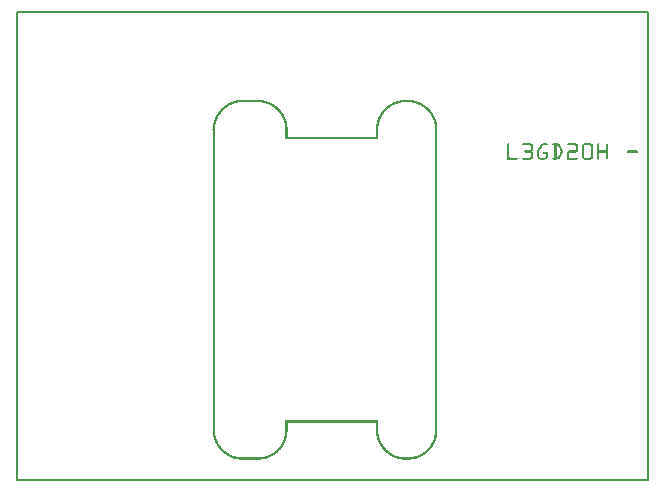
<source format=gto>
G04 MADE WITH FRITZING*
G04 WWW.FRITZING.ORG*
G04 DOUBLE SIDED*
G04 HOLES PLATED*
G04 CONTOUR ON CENTER OF CONTOUR VECTOR*
%ASAXBY*%
%FSLAX23Y23*%
%MOIN*%
%OFA0B0*%
%SFA1.0B1.0*%
%ADD10R,2.111560X1.567060X2.095560X1.551060*%
%ADD11C,0.008000*%
%ADD12R,0.001000X0.001000*%
%LNSILK1*%
G90*
G70*
G54D11*
X4Y1563D02*
X2108Y1563D01*
X2108Y4D01*
X4Y4D01*
X4Y1563D01*
D02*
G54D12*
X749Y1271D02*
X813Y1271D01*
X1293Y1271D02*
X1313Y1271D01*
X741Y1270D02*
X821Y1270D01*
X1285Y1270D02*
X1321Y1270D01*
X736Y1269D02*
X827Y1269D01*
X1280Y1269D02*
X1326Y1269D01*
X731Y1268D02*
X831Y1268D01*
X1275Y1268D02*
X1330Y1268D01*
X728Y1267D02*
X834Y1267D01*
X1272Y1267D02*
X1334Y1267D01*
X725Y1266D02*
X838Y1266D01*
X1269Y1266D02*
X1337Y1266D01*
X722Y1265D02*
X840Y1265D01*
X1266Y1265D02*
X1340Y1265D01*
X719Y1264D02*
X843Y1264D01*
X1263Y1264D02*
X1343Y1264D01*
X717Y1263D02*
X748Y1263D01*
X814Y1263D02*
X845Y1263D01*
X1261Y1263D02*
X1292Y1263D01*
X1314Y1263D02*
X1345Y1263D01*
X715Y1262D02*
X740Y1262D01*
X822Y1262D02*
X848Y1262D01*
X1259Y1262D02*
X1284Y1262D01*
X1322Y1262D02*
X1347Y1262D01*
X713Y1261D02*
X735Y1261D01*
X827Y1261D02*
X850Y1261D01*
X1257Y1261D02*
X1279Y1261D01*
X1327Y1261D02*
X1349Y1261D01*
X711Y1260D02*
X731Y1260D01*
X831Y1260D02*
X852Y1260D01*
X1254Y1260D02*
X1275Y1260D01*
X1331Y1260D02*
X1351Y1260D01*
X709Y1259D02*
X728Y1259D01*
X835Y1259D02*
X854Y1259D01*
X1253Y1259D02*
X1272Y1259D01*
X1334Y1259D02*
X1353Y1259D01*
X707Y1258D02*
X725Y1258D01*
X838Y1258D02*
X856Y1258D01*
X1251Y1258D02*
X1269Y1258D01*
X1337Y1258D02*
X1355Y1258D01*
X705Y1257D02*
X722Y1257D01*
X840Y1257D02*
X857Y1257D01*
X1249Y1257D02*
X1266Y1257D01*
X1340Y1257D02*
X1357Y1257D01*
X704Y1256D02*
X720Y1256D01*
X843Y1256D02*
X859Y1256D01*
X1247Y1256D02*
X1264Y1256D01*
X1342Y1256D02*
X1358Y1256D01*
X702Y1255D02*
X717Y1255D01*
X845Y1255D02*
X860Y1255D01*
X1246Y1255D02*
X1261Y1255D01*
X1344Y1255D02*
X1360Y1255D01*
X700Y1254D02*
X715Y1254D01*
X847Y1254D02*
X862Y1254D01*
X1244Y1254D02*
X1259Y1254D01*
X1347Y1254D02*
X1361Y1254D01*
X699Y1253D02*
X713Y1253D01*
X849Y1253D02*
X863Y1253D01*
X1243Y1253D02*
X1257Y1253D01*
X1349Y1253D02*
X1363Y1253D01*
X698Y1252D02*
X711Y1252D01*
X851Y1252D02*
X865Y1252D01*
X1241Y1252D02*
X1255Y1252D01*
X1350Y1252D02*
X1364Y1252D01*
X696Y1251D02*
X710Y1251D01*
X853Y1251D02*
X866Y1251D01*
X1240Y1251D02*
X1254Y1251D01*
X1352Y1251D02*
X1366Y1251D01*
X695Y1250D02*
X708Y1250D01*
X854Y1250D02*
X867Y1250D01*
X1239Y1250D02*
X1252Y1250D01*
X1354Y1250D02*
X1367Y1250D01*
X694Y1249D02*
X706Y1249D01*
X856Y1249D02*
X869Y1249D01*
X1238Y1249D02*
X1250Y1249D01*
X1356Y1249D02*
X1368Y1249D01*
X692Y1248D02*
X705Y1248D01*
X858Y1248D02*
X870Y1248D01*
X1236Y1248D02*
X1249Y1248D01*
X1357Y1248D02*
X1369Y1248D01*
X691Y1247D02*
X703Y1247D01*
X859Y1247D02*
X871Y1247D01*
X1235Y1247D02*
X1247Y1247D01*
X1359Y1247D02*
X1371Y1247D01*
X690Y1246D02*
X702Y1246D01*
X860Y1246D02*
X872Y1246D01*
X1234Y1246D02*
X1246Y1246D01*
X1360Y1246D02*
X1372Y1246D01*
X689Y1245D02*
X701Y1245D01*
X862Y1245D02*
X873Y1245D01*
X1233Y1245D02*
X1245Y1245D01*
X1361Y1245D02*
X1373Y1245D01*
X688Y1244D02*
X699Y1244D01*
X863Y1244D02*
X874Y1244D01*
X1232Y1244D02*
X1243Y1244D01*
X1363Y1244D02*
X1374Y1244D01*
X687Y1243D02*
X698Y1243D01*
X865Y1243D02*
X876Y1243D01*
X1231Y1243D02*
X1242Y1243D01*
X1364Y1243D02*
X1375Y1243D01*
X686Y1242D02*
X697Y1242D01*
X866Y1242D02*
X877Y1242D01*
X1230Y1242D02*
X1241Y1242D01*
X1365Y1242D02*
X1376Y1242D01*
X685Y1241D02*
X696Y1241D01*
X867Y1241D02*
X878Y1241D01*
X1229Y1241D02*
X1240Y1241D01*
X1366Y1241D02*
X1377Y1241D01*
X684Y1240D02*
X694Y1240D01*
X868Y1240D02*
X879Y1240D01*
X1228Y1240D02*
X1238Y1240D01*
X1367Y1240D02*
X1378Y1240D01*
X683Y1239D02*
X693Y1239D01*
X869Y1239D02*
X879Y1239D01*
X1227Y1239D02*
X1237Y1239D01*
X1368Y1239D02*
X1379Y1239D01*
X682Y1238D02*
X692Y1238D01*
X870Y1238D02*
X880Y1238D01*
X1226Y1238D02*
X1236Y1238D01*
X1370Y1238D02*
X1380Y1238D01*
X681Y1237D02*
X691Y1237D01*
X871Y1237D02*
X881Y1237D01*
X1225Y1237D02*
X1235Y1237D01*
X1371Y1237D02*
X1381Y1237D01*
X680Y1236D02*
X690Y1236D01*
X872Y1236D02*
X882Y1236D01*
X1224Y1236D02*
X1234Y1236D01*
X1372Y1236D02*
X1382Y1236D01*
X679Y1235D02*
X689Y1235D01*
X873Y1235D02*
X883Y1235D01*
X1223Y1235D02*
X1233Y1235D01*
X1373Y1235D02*
X1382Y1235D01*
X679Y1234D02*
X688Y1234D01*
X874Y1234D02*
X884Y1234D01*
X1223Y1234D02*
X1232Y1234D01*
X1374Y1234D02*
X1383Y1234D01*
X678Y1233D02*
X687Y1233D01*
X875Y1233D02*
X885Y1233D01*
X1222Y1233D02*
X1231Y1233D01*
X1374Y1233D02*
X1384Y1233D01*
X677Y1232D02*
X687Y1232D01*
X876Y1232D02*
X885Y1232D01*
X1221Y1232D02*
X1230Y1232D01*
X1375Y1232D02*
X1385Y1232D01*
X676Y1231D02*
X686Y1231D01*
X877Y1231D02*
X886Y1231D01*
X1220Y1231D02*
X1230Y1231D01*
X1376Y1231D02*
X1386Y1231D01*
X676Y1230D02*
X685Y1230D01*
X878Y1230D02*
X887Y1230D01*
X1220Y1230D02*
X1229Y1230D01*
X1377Y1230D02*
X1386Y1230D01*
X675Y1229D02*
X684Y1229D01*
X879Y1229D02*
X887Y1229D01*
X1219Y1229D02*
X1228Y1229D01*
X1378Y1229D02*
X1387Y1229D01*
X674Y1228D02*
X683Y1228D01*
X879Y1228D02*
X888Y1228D01*
X1218Y1228D02*
X1227Y1228D01*
X1379Y1228D02*
X1388Y1228D01*
X673Y1227D02*
X682Y1227D01*
X880Y1227D02*
X889Y1227D01*
X1217Y1227D02*
X1226Y1227D01*
X1379Y1227D02*
X1388Y1227D01*
X673Y1226D02*
X682Y1226D01*
X881Y1226D02*
X890Y1226D01*
X1217Y1226D02*
X1226Y1226D01*
X1380Y1226D02*
X1389Y1226D01*
X672Y1225D02*
X681Y1225D01*
X881Y1225D02*
X890Y1225D01*
X1216Y1225D02*
X1225Y1225D01*
X1381Y1225D02*
X1390Y1225D01*
X672Y1224D02*
X680Y1224D01*
X882Y1224D02*
X891Y1224D01*
X1216Y1224D02*
X1224Y1224D01*
X1382Y1224D02*
X1390Y1224D01*
X671Y1223D02*
X679Y1223D01*
X883Y1223D02*
X891Y1223D01*
X1215Y1223D02*
X1223Y1223D01*
X1382Y1223D02*
X1391Y1223D01*
X670Y1222D02*
X679Y1222D01*
X884Y1222D02*
X892Y1222D01*
X1214Y1222D02*
X1223Y1222D01*
X1383Y1222D02*
X1391Y1222D01*
X670Y1221D02*
X678Y1221D01*
X884Y1221D02*
X893Y1221D01*
X1214Y1221D02*
X1222Y1221D01*
X1384Y1221D02*
X1392Y1221D01*
X669Y1220D02*
X677Y1220D01*
X885Y1220D02*
X893Y1220D01*
X1213Y1220D02*
X1221Y1220D01*
X1384Y1220D02*
X1393Y1220D01*
X669Y1219D02*
X677Y1219D01*
X885Y1219D02*
X894Y1219D01*
X1213Y1219D02*
X1221Y1219D01*
X1385Y1219D02*
X1393Y1219D01*
X668Y1218D02*
X676Y1218D01*
X886Y1218D02*
X894Y1218D01*
X1212Y1218D02*
X1220Y1218D01*
X1386Y1218D02*
X1394Y1218D01*
X668Y1217D02*
X676Y1217D01*
X887Y1217D02*
X895Y1217D01*
X1212Y1217D02*
X1220Y1217D01*
X1386Y1217D02*
X1394Y1217D01*
X667Y1216D02*
X675Y1216D01*
X887Y1216D02*
X895Y1216D01*
X1211Y1216D02*
X1219Y1216D01*
X1387Y1216D02*
X1395Y1216D01*
X667Y1215D02*
X675Y1215D01*
X888Y1215D02*
X896Y1215D01*
X1211Y1215D02*
X1219Y1215D01*
X1387Y1215D02*
X1395Y1215D01*
X666Y1214D02*
X674Y1214D01*
X888Y1214D02*
X896Y1214D01*
X1210Y1214D02*
X1218Y1214D01*
X1388Y1214D02*
X1396Y1214D01*
X666Y1213D02*
X673Y1213D01*
X889Y1213D02*
X897Y1213D01*
X1210Y1213D02*
X1217Y1213D01*
X1388Y1213D02*
X1396Y1213D01*
X665Y1212D02*
X673Y1212D01*
X889Y1212D02*
X897Y1212D01*
X1209Y1212D02*
X1217Y1212D01*
X1389Y1212D02*
X1397Y1212D01*
X665Y1211D02*
X673Y1211D01*
X890Y1211D02*
X898Y1211D01*
X1209Y1211D02*
X1216Y1211D01*
X1389Y1211D02*
X1397Y1211D01*
X664Y1210D02*
X672Y1210D01*
X890Y1210D02*
X898Y1210D01*
X1208Y1210D02*
X1216Y1210D01*
X1390Y1210D02*
X1397Y1210D01*
X664Y1209D02*
X672Y1209D01*
X891Y1209D02*
X898Y1209D01*
X1208Y1209D02*
X1216Y1209D01*
X1390Y1209D02*
X1398Y1209D01*
X664Y1208D02*
X671Y1208D01*
X891Y1208D02*
X899Y1208D01*
X1208Y1208D02*
X1215Y1208D01*
X1391Y1208D02*
X1398Y1208D01*
X663Y1207D02*
X671Y1207D01*
X892Y1207D02*
X899Y1207D01*
X1207Y1207D02*
X1215Y1207D01*
X1391Y1207D02*
X1399Y1207D01*
X663Y1206D02*
X670Y1206D01*
X892Y1206D02*
X900Y1206D01*
X1207Y1206D02*
X1214Y1206D01*
X1392Y1206D02*
X1399Y1206D01*
X662Y1205D02*
X670Y1205D01*
X893Y1205D02*
X900Y1205D01*
X1206Y1205D02*
X1214Y1205D01*
X1392Y1205D02*
X1399Y1205D01*
X662Y1204D02*
X669Y1204D01*
X893Y1204D02*
X900Y1204D01*
X1206Y1204D02*
X1213Y1204D01*
X1392Y1204D02*
X1400Y1204D01*
X662Y1203D02*
X669Y1203D01*
X893Y1203D02*
X901Y1203D01*
X1206Y1203D02*
X1213Y1203D01*
X1393Y1203D02*
X1400Y1203D01*
X661Y1202D02*
X669Y1202D01*
X894Y1202D02*
X901Y1202D01*
X1205Y1202D02*
X1213Y1202D01*
X1393Y1202D02*
X1400Y1202D01*
X661Y1201D02*
X668Y1201D01*
X894Y1201D02*
X901Y1201D01*
X1205Y1201D02*
X1212Y1201D01*
X1394Y1201D02*
X1401Y1201D01*
X661Y1200D02*
X668Y1200D01*
X894Y1200D02*
X902Y1200D01*
X1205Y1200D02*
X1212Y1200D01*
X1394Y1200D02*
X1401Y1200D01*
X660Y1199D02*
X668Y1199D01*
X895Y1199D02*
X902Y1199D01*
X1204Y1199D02*
X1212Y1199D01*
X1394Y1199D02*
X1401Y1199D01*
X660Y1198D02*
X667Y1198D01*
X895Y1198D02*
X902Y1198D01*
X1204Y1198D02*
X1211Y1198D01*
X1394Y1198D02*
X1402Y1198D01*
X660Y1197D02*
X667Y1197D01*
X895Y1197D02*
X902Y1197D01*
X1204Y1197D02*
X1211Y1197D01*
X1395Y1197D02*
X1402Y1197D01*
X660Y1196D02*
X667Y1196D01*
X896Y1196D02*
X903Y1196D01*
X1204Y1196D02*
X1211Y1196D01*
X1395Y1196D02*
X1402Y1196D01*
X659Y1195D02*
X667Y1195D01*
X896Y1195D02*
X903Y1195D01*
X1203Y1195D02*
X1211Y1195D01*
X1395Y1195D02*
X1402Y1195D01*
X659Y1194D02*
X666Y1194D01*
X896Y1194D02*
X903Y1194D01*
X1203Y1194D02*
X1210Y1194D01*
X1396Y1194D02*
X1403Y1194D01*
X659Y1193D02*
X666Y1193D01*
X896Y1193D02*
X903Y1193D01*
X1203Y1193D02*
X1210Y1193D01*
X1396Y1193D02*
X1403Y1193D01*
X659Y1192D02*
X666Y1192D01*
X897Y1192D02*
X904Y1192D01*
X1203Y1192D02*
X1210Y1192D01*
X1396Y1192D02*
X1403Y1192D01*
X659Y1191D02*
X666Y1191D01*
X897Y1191D02*
X904Y1191D01*
X1203Y1191D02*
X1210Y1191D01*
X1396Y1191D02*
X1403Y1191D01*
X658Y1190D02*
X665Y1190D01*
X897Y1190D02*
X904Y1190D01*
X1202Y1190D02*
X1209Y1190D01*
X1396Y1190D02*
X1404Y1190D01*
X658Y1189D02*
X665Y1189D01*
X897Y1189D02*
X904Y1189D01*
X1202Y1189D02*
X1209Y1189D01*
X1397Y1189D02*
X1404Y1189D01*
X658Y1188D02*
X665Y1188D01*
X897Y1188D02*
X904Y1188D01*
X1202Y1188D02*
X1209Y1188D01*
X1397Y1188D02*
X1404Y1188D01*
X658Y1187D02*
X665Y1187D01*
X898Y1187D02*
X905Y1187D01*
X1202Y1187D02*
X1209Y1187D01*
X1397Y1187D02*
X1404Y1187D01*
X658Y1186D02*
X665Y1186D01*
X898Y1186D02*
X905Y1186D01*
X1202Y1186D02*
X1209Y1186D01*
X1397Y1186D02*
X1404Y1186D01*
X657Y1185D02*
X664Y1185D01*
X898Y1185D02*
X905Y1185D01*
X1201Y1185D02*
X1208Y1185D01*
X1397Y1185D02*
X1404Y1185D01*
X657Y1184D02*
X664Y1184D01*
X898Y1184D02*
X905Y1184D01*
X1201Y1184D02*
X1208Y1184D01*
X1398Y1184D02*
X1405Y1184D01*
X657Y1183D02*
X664Y1183D01*
X898Y1183D02*
X905Y1183D01*
X1201Y1183D02*
X1208Y1183D01*
X1398Y1183D02*
X1405Y1183D01*
X657Y1182D02*
X664Y1182D01*
X898Y1182D02*
X905Y1182D01*
X1201Y1182D02*
X1208Y1182D01*
X1398Y1182D02*
X1405Y1182D01*
X657Y1181D02*
X664Y1181D01*
X898Y1181D02*
X905Y1181D01*
X1201Y1181D02*
X1208Y1181D01*
X1398Y1181D02*
X1405Y1181D01*
X657Y1180D02*
X664Y1180D01*
X898Y1180D02*
X905Y1180D01*
X1201Y1180D02*
X1208Y1180D01*
X1398Y1180D02*
X1405Y1180D01*
X657Y1179D02*
X664Y1179D01*
X899Y1179D02*
X906Y1179D01*
X1201Y1179D02*
X1208Y1179D01*
X1398Y1179D02*
X1405Y1179D01*
X657Y1178D02*
X664Y1178D01*
X899Y1178D02*
X906Y1178D01*
X1201Y1178D02*
X1208Y1178D01*
X1398Y1178D02*
X1405Y1178D01*
X657Y1177D02*
X664Y1177D01*
X899Y1177D02*
X906Y1177D01*
X1201Y1177D02*
X1208Y1177D01*
X1398Y1177D02*
X1405Y1177D01*
X657Y1176D02*
X664Y1176D01*
X899Y1176D02*
X906Y1176D01*
X1201Y1176D02*
X1208Y1176D01*
X1398Y1176D02*
X1405Y1176D01*
X657Y1175D02*
X664Y1175D01*
X899Y1175D02*
X906Y1175D01*
X1201Y1175D02*
X1208Y1175D01*
X1398Y1175D02*
X1405Y1175D01*
X657Y1174D02*
X664Y1174D01*
X899Y1174D02*
X906Y1174D01*
X1201Y1174D02*
X1208Y1174D01*
X1398Y1174D02*
X1405Y1174D01*
X656Y1173D02*
X663Y1173D01*
X899Y1173D02*
X906Y1173D01*
X1200Y1173D02*
X1207Y1173D01*
X1398Y1173D02*
X1405Y1173D01*
X656Y1172D02*
X663Y1172D01*
X899Y1172D02*
X906Y1172D01*
X1200Y1172D02*
X1207Y1172D01*
X1398Y1172D02*
X1405Y1172D01*
X656Y1171D02*
X663Y1171D01*
X899Y1171D02*
X906Y1171D01*
X1200Y1171D02*
X1207Y1171D01*
X1398Y1171D02*
X1405Y1171D01*
X657Y1170D02*
X663Y1170D01*
X899Y1170D02*
X906Y1170D01*
X1200Y1170D02*
X1207Y1170D01*
X1398Y1170D02*
X1405Y1170D01*
X657Y1169D02*
X664Y1169D01*
X899Y1169D02*
X906Y1169D01*
X1200Y1169D02*
X1208Y1169D01*
X1398Y1169D02*
X1405Y1169D01*
X656Y1168D02*
X664Y1168D01*
X899Y1168D02*
X906Y1168D01*
X1200Y1168D02*
X1208Y1168D01*
X1398Y1168D02*
X1405Y1168D01*
X657Y1167D02*
X664Y1167D01*
X899Y1167D02*
X906Y1167D01*
X1201Y1167D02*
X1208Y1167D01*
X1398Y1167D02*
X1405Y1167D01*
X657Y1166D02*
X664Y1166D01*
X899Y1166D02*
X906Y1166D01*
X1201Y1166D02*
X1208Y1166D01*
X1398Y1166D02*
X1405Y1166D01*
X657Y1165D02*
X664Y1165D01*
X899Y1165D02*
X906Y1165D01*
X1201Y1165D02*
X1208Y1165D01*
X1398Y1165D02*
X1405Y1165D01*
X657Y1164D02*
X664Y1164D01*
X899Y1164D02*
X906Y1164D01*
X1201Y1164D02*
X1208Y1164D01*
X1398Y1164D02*
X1405Y1164D01*
X657Y1163D02*
X664Y1163D01*
X899Y1163D02*
X906Y1163D01*
X1201Y1163D02*
X1208Y1163D01*
X1398Y1163D02*
X1405Y1163D01*
X657Y1162D02*
X664Y1162D01*
X899Y1162D02*
X906Y1162D01*
X1201Y1162D02*
X1208Y1162D01*
X1398Y1162D02*
X1405Y1162D01*
X657Y1161D02*
X664Y1161D01*
X899Y1161D02*
X906Y1161D01*
X1201Y1161D02*
X1208Y1161D01*
X1398Y1161D02*
X1405Y1161D01*
X657Y1160D02*
X664Y1160D01*
X899Y1160D02*
X906Y1160D01*
X1201Y1160D02*
X1208Y1160D01*
X1398Y1160D02*
X1405Y1160D01*
X657Y1159D02*
X664Y1159D01*
X899Y1159D02*
X906Y1159D01*
X1201Y1159D02*
X1208Y1159D01*
X1398Y1159D02*
X1405Y1159D01*
X657Y1158D02*
X664Y1158D01*
X899Y1158D02*
X906Y1158D01*
X1201Y1158D02*
X1208Y1158D01*
X1398Y1158D02*
X1405Y1158D01*
X657Y1157D02*
X664Y1157D01*
X899Y1157D02*
X906Y1157D01*
X1201Y1157D02*
X1208Y1157D01*
X1398Y1157D02*
X1405Y1157D01*
X657Y1156D02*
X664Y1156D01*
X899Y1156D02*
X906Y1156D01*
X1201Y1156D02*
X1208Y1156D01*
X1398Y1156D02*
X1405Y1156D01*
X657Y1155D02*
X664Y1155D01*
X899Y1155D02*
X906Y1155D01*
X1201Y1155D02*
X1208Y1155D01*
X1398Y1155D02*
X1405Y1155D01*
X657Y1154D02*
X664Y1154D01*
X899Y1154D02*
X906Y1154D01*
X1201Y1154D02*
X1208Y1154D01*
X1398Y1154D02*
X1405Y1154D01*
X657Y1153D02*
X664Y1153D01*
X899Y1153D02*
X906Y1153D01*
X1201Y1153D02*
X1208Y1153D01*
X1398Y1153D02*
X1405Y1153D01*
X657Y1152D02*
X664Y1152D01*
X899Y1152D02*
X906Y1152D01*
X1201Y1152D02*
X1208Y1152D01*
X1398Y1152D02*
X1405Y1152D01*
X657Y1151D02*
X664Y1151D01*
X899Y1151D02*
X906Y1151D01*
X1201Y1151D02*
X1208Y1151D01*
X1398Y1151D02*
X1405Y1151D01*
X657Y1150D02*
X664Y1150D01*
X899Y1150D02*
X906Y1150D01*
X1201Y1150D02*
X1208Y1150D01*
X1398Y1150D02*
X1405Y1150D01*
X657Y1149D02*
X664Y1149D01*
X899Y1149D02*
X906Y1149D01*
X1201Y1149D02*
X1208Y1149D01*
X1398Y1149D02*
X1405Y1149D01*
X657Y1148D02*
X664Y1148D01*
X899Y1148D02*
X906Y1148D01*
X1201Y1148D02*
X1208Y1148D01*
X1398Y1148D02*
X1405Y1148D01*
X657Y1147D02*
X664Y1147D01*
X899Y1147D02*
X1208Y1147D01*
X1398Y1147D02*
X1405Y1147D01*
X657Y1146D02*
X664Y1146D01*
X899Y1146D02*
X1208Y1146D01*
X1398Y1146D02*
X1405Y1146D01*
X657Y1145D02*
X664Y1145D01*
X899Y1145D02*
X1208Y1145D01*
X1398Y1145D02*
X1405Y1145D01*
X657Y1144D02*
X664Y1144D01*
X899Y1144D02*
X1208Y1144D01*
X1398Y1144D02*
X1405Y1144D01*
X657Y1143D02*
X664Y1143D01*
X899Y1143D02*
X1208Y1143D01*
X1398Y1143D02*
X1405Y1143D01*
X657Y1142D02*
X664Y1142D01*
X899Y1142D02*
X1208Y1142D01*
X1398Y1142D02*
X1405Y1142D01*
X657Y1141D02*
X664Y1141D01*
X899Y1141D02*
X1208Y1141D01*
X1398Y1141D02*
X1405Y1141D01*
X657Y1140D02*
X664Y1140D01*
X899Y1140D02*
X1208Y1140D01*
X1398Y1140D02*
X1405Y1140D01*
X657Y1139D02*
X664Y1139D01*
X1398Y1139D02*
X1405Y1139D01*
X657Y1138D02*
X664Y1138D01*
X1398Y1138D02*
X1405Y1138D01*
X657Y1137D02*
X664Y1137D01*
X1398Y1137D02*
X1405Y1137D01*
X657Y1136D02*
X664Y1136D01*
X1398Y1136D02*
X1405Y1136D01*
X657Y1135D02*
X664Y1135D01*
X1398Y1135D02*
X1405Y1135D01*
X657Y1134D02*
X664Y1134D01*
X1398Y1134D02*
X1405Y1134D01*
X657Y1133D02*
X664Y1133D01*
X1398Y1133D02*
X1405Y1133D01*
X657Y1132D02*
X664Y1132D01*
X1398Y1132D02*
X1405Y1132D01*
X657Y1131D02*
X664Y1131D01*
X1398Y1131D02*
X1405Y1131D01*
X657Y1130D02*
X664Y1130D01*
X1398Y1130D02*
X1405Y1130D01*
X657Y1129D02*
X664Y1129D01*
X1398Y1129D02*
X1405Y1129D01*
X657Y1128D02*
X664Y1128D01*
X1398Y1128D02*
X1405Y1128D01*
X657Y1127D02*
X664Y1127D01*
X1398Y1127D02*
X1405Y1127D01*
X657Y1126D02*
X664Y1126D01*
X1398Y1126D02*
X1405Y1126D01*
X1642Y1126D02*
X1642Y1126D01*
X1692Y1126D02*
X1717Y1126D01*
X1759Y1126D02*
X1770Y1126D01*
X1792Y1126D02*
X1806Y1126D01*
X1842Y1126D02*
X1867Y1126D01*
X1895Y1126D02*
X1917Y1126D01*
X1942Y1126D02*
X1942Y1126D01*
X1970Y1126D02*
X1970Y1126D01*
X657Y1125D02*
X664Y1125D01*
X1398Y1125D02*
X1405Y1125D01*
X1640Y1125D02*
X1644Y1125D01*
X1690Y1125D02*
X1719Y1125D01*
X1755Y1125D02*
X1772Y1125D01*
X1790Y1125D02*
X1809Y1125D01*
X1840Y1125D02*
X1869Y1125D01*
X1892Y1125D02*
X1919Y1125D01*
X1940Y1125D02*
X1944Y1125D01*
X1968Y1125D02*
X1972Y1125D01*
X657Y1124D02*
X664Y1124D01*
X1398Y1124D02*
X1405Y1124D01*
X1639Y1124D02*
X1645Y1124D01*
X1689Y1124D02*
X1721Y1124D01*
X1753Y1124D02*
X1772Y1124D01*
X1789Y1124D02*
X1811Y1124D01*
X1839Y1124D02*
X1870Y1124D01*
X1891Y1124D02*
X1920Y1124D01*
X1939Y1124D02*
X1945Y1124D01*
X1967Y1124D02*
X1972Y1124D01*
X657Y1123D02*
X664Y1123D01*
X1398Y1123D02*
X1405Y1123D01*
X1639Y1123D02*
X1645Y1123D01*
X1689Y1123D02*
X1721Y1123D01*
X1752Y1123D02*
X1773Y1123D01*
X1789Y1123D02*
X1812Y1123D01*
X1839Y1123D02*
X1871Y1123D01*
X1890Y1123D02*
X1921Y1123D01*
X1939Y1123D02*
X1945Y1123D01*
X1967Y1123D02*
X1973Y1123D01*
X657Y1122D02*
X664Y1122D01*
X1398Y1122D02*
X1405Y1122D01*
X1639Y1122D02*
X1645Y1122D01*
X1689Y1122D02*
X1722Y1122D01*
X1751Y1122D02*
X1773Y1122D01*
X1789Y1122D02*
X1813Y1122D01*
X1839Y1122D02*
X1872Y1122D01*
X1890Y1122D02*
X1922Y1122D01*
X1939Y1122D02*
X1945Y1122D01*
X1967Y1122D02*
X1973Y1122D01*
X657Y1121D02*
X664Y1121D01*
X1398Y1121D02*
X1405Y1121D01*
X1639Y1121D02*
X1645Y1121D01*
X1690Y1121D02*
X1722Y1121D01*
X1751Y1121D02*
X1772Y1121D01*
X1790Y1121D02*
X1813Y1121D01*
X1839Y1121D02*
X1872Y1121D01*
X1889Y1121D02*
X1922Y1121D01*
X1939Y1121D02*
X1945Y1121D01*
X1967Y1121D02*
X1973Y1121D01*
X657Y1120D02*
X664Y1120D01*
X1398Y1120D02*
X1405Y1120D01*
X1639Y1120D02*
X1645Y1120D01*
X1690Y1120D02*
X1723Y1120D01*
X1750Y1120D02*
X1771Y1120D01*
X1790Y1120D02*
X1814Y1120D01*
X1840Y1120D02*
X1873Y1120D01*
X1889Y1120D02*
X1923Y1120D01*
X1939Y1120D02*
X1945Y1120D01*
X1967Y1120D02*
X1973Y1120D01*
X657Y1119D02*
X664Y1119D01*
X1398Y1119D02*
X1405Y1119D01*
X1639Y1119D02*
X1645Y1119D01*
X1716Y1119D02*
X1723Y1119D01*
X1749Y1119D02*
X1758Y1119D01*
X1796Y1119D02*
X1802Y1119D01*
X1806Y1119D02*
X1814Y1119D01*
X1866Y1119D02*
X1873Y1119D01*
X1889Y1119D02*
X1895Y1119D01*
X1916Y1119D02*
X1923Y1119D01*
X1939Y1119D02*
X1945Y1119D01*
X1967Y1119D02*
X1973Y1119D01*
X657Y1118D02*
X664Y1118D01*
X1398Y1118D02*
X1405Y1118D01*
X1639Y1118D02*
X1645Y1118D01*
X1717Y1118D02*
X1723Y1118D01*
X1748Y1118D02*
X1756Y1118D01*
X1796Y1118D02*
X1802Y1118D01*
X1808Y1118D02*
X1815Y1118D01*
X1867Y1118D02*
X1873Y1118D01*
X1889Y1118D02*
X1895Y1118D01*
X1917Y1118D02*
X1923Y1118D01*
X1939Y1118D02*
X1945Y1118D01*
X1967Y1118D02*
X1973Y1118D01*
X657Y1117D02*
X664Y1117D01*
X1398Y1117D02*
X1405Y1117D01*
X1639Y1117D02*
X1645Y1117D01*
X1717Y1117D02*
X1723Y1117D01*
X1748Y1117D02*
X1755Y1117D01*
X1796Y1117D02*
X1802Y1117D01*
X1809Y1117D02*
X1815Y1117D01*
X1867Y1117D02*
X1873Y1117D01*
X1889Y1117D02*
X1895Y1117D01*
X1917Y1117D02*
X1923Y1117D01*
X1939Y1117D02*
X1945Y1117D01*
X1967Y1117D02*
X1973Y1117D01*
X657Y1116D02*
X664Y1116D01*
X1398Y1116D02*
X1405Y1116D01*
X1639Y1116D02*
X1645Y1116D01*
X1717Y1116D02*
X1723Y1116D01*
X1747Y1116D02*
X1755Y1116D01*
X1796Y1116D02*
X1802Y1116D01*
X1809Y1116D02*
X1816Y1116D01*
X1867Y1116D02*
X1873Y1116D01*
X1889Y1116D02*
X1895Y1116D01*
X1917Y1116D02*
X1923Y1116D01*
X1939Y1116D02*
X1945Y1116D01*
X1967Y1116D02*
X1973Y1116D01*
X657Y1115D02*
X664Y1115D01*
X1398Y1115D02*
X1405Y1115D01*
X1639Y1115D02*
X1645Y1115D01*
X1717Y1115D02*
X1723Y1115D01*
X1746Y1115D02*
X1754Y1115D01*
X1796Y1115D02*
X1802Y1115D01*
X1810Y1115D02*
X1816Y1115D01*
X1867Y1115D02*
X1873Y1115D01*
X1889Y1115D02*
X1895Y1115D01*
X1917Y1115D02*
X1923Y1115D01*
X1939Y1115D02*
X1945Y1115D01*
X1967Y1115D02*
X1973Y1115D01*
X657Y1114D02*
X664Y1114D01*
X1398Y1114D02*
X1405Y1114D01*
X1639Y1114D02*
X1645Y1114D01*
X1717Y1114D02*
X1723Y1114D01*
X1745Y1114D02*
X1753Y1114D01*
X1796Y1114D02*
X1802Y1114D01*
X1810Y1114D02*
X1817Y1114D01*
X1867Y1114D02*
X1873Y1114D01*
X1889Y1114D02*
X1895Y1114D01*
X1917Y1114D02*
X1923Y1114D01*
X1939Y1114D02*
X1945Y1114D01*
X1967Y1114D02*
X1973Y1114D01*
X657Y1113D02*
X664Y1113D01*
X1398Y1113D02*
X1405Y1113D01*
X1639Y1113D02*
X1645Y1113D01*
X1717Y1113D02*
X1723Y1113D01*
X1744Y1113D02*
X1752Y1113D01*
X1796Y1113D02*
X1802Y1113D01*
X1811Y1113D02*
X1817Y1113D01*
X1867Y1113D02*
X1873Y1113D01*
X1889Y1113D02*
X1895Y1113D01*
X1917Y1113D02*
X1923Y1113D01*
X1939Y1113D02*
X1945Y1113D01*
X1967Y1113D02*
X1973Y1113D01*
X657Y1112D02*
X664Y1112D01*
X1398Y1112D02*
X1405Y1112D01*
X1639Y1112D02*
X1645Y1112D01*
X1717Y1112D02*
X1723Y1112D01*
X1744Y1112D02*
X1752Y1112D01*
X1796Y1112D02*
X1802Y1112D01*
X1811Y1112D02*
X1818Y1112D01*
X1867Y1112D02*
X1873Y1112D01*
X1889Y1112D02*
X1895Y1112D01*
X1917Y1112D02*
X1923Y1112D01*
X1939Y1112D02*
X1945Y1112D01*
X1967Y1112D02*
X1973Y1112D01*
X657Y1111D02*
X664Y1111D01*
X1398Y1111D02*
X1405Y1111D01*
X1639Y1111D02*
X1645Y1111D01*
X1717Y1111D02*
X1723Y1111D01*
X1743Y1111D02*
X1751Y1111D01*
X1796Y1111D02*
X1802Y1111D01*
X1812Y1111D02*
X1818Y1111D01*
X1867Y1111D02*
X1873Y1111D01*
X1889Y1111D02*
X1895Y1111D01*
X1917Y1111D02*
X1923Y1111D01*
X1939Y1111D02*
X1945Y1111D01*
X1967Y1111D02*
X1973Y1111D01*
X657Y1110D02*
X664Y1110D01*
X1398Y1110D02*
X1405Y1110D01*
X1639Y1110D02*
X1645Y1110D01*
X1717Y1110D02*
X1723Y1110D01*
X1742Y1110D02*
X1750Y1110D01*
X1796Y1110D02*
X1802Y1110D01*
X1812Y1110D02*
X1819Y1110D01*
X1867Y1110D02*
X1873Y1110D01*
X1889Y1110D02*
X1895Y1110D01*
X1917Y1110D02*
X1923Y1110D01*
X1939Y1110D02*
X1945Y1110D01*
X1967Y1110D02*
X1973Y1110D01*
X657Y1109D02*
X664Y1109D01*
X1398Y1109D02*
X1405Y1109D01*
X1639Y1109D02*
X1645Y1109D01*
X1717Y1109D02*
X1723Y1109D01*
X1741Y1109D02*
X1749Y1109D01*
X1796Y1109D02*
X1802Y1109D01*
X1813Y1109D02*
X1819Y1109D01*
X1867Y1109D02*
X1873Y1109D01*
X1889Y1109D02*
X1895Y1109D01*
X1917Y1109D02*
X1923Y1109D01*
X1939Y1109D02*
X1945Y1109D01*
X1967Y1109D02*
X1973Y1109D01*
X657Y1108D02*
X664Y1108D01*
X1398Y1108D02*
X1405Y1108D01*
X1639Y1108D02*
X1645Y1108D01*
X1717Y1108D02*
X1723Y1108D01*
X1741Y1108D02*
X1748Y1108D01*
X1796Y1108D02*
X1802Y1108D01*
X1813Y1108D02*
X1820Y1108D01*
X1867Y1108D02*
X1873Y1108D01*
X1889Y1108D02*
X1895Y1108D01*
X1917Y1108D02*
X1923Y1108D01*
X1939Y1108D02*
X1945Y1108D01*
X1967Y1108D02*
X1973Y1108D01*
X657Y1107D02*
X664Y1107D01*
X1398Y1107D02*
X1405Y1107D01*
X1639Y1107D02*
X1645Y1107D01*
X1717Y1107D02*
X1723Y1107D01*
X1740Y1107D02*
X1748Y1107D01*
X1796Y1107D02*
X1802Y1107D01*
X1814Y1107D02*
X1820Y1107D01*
X1867Y1107D02*
X1873Y1107D01*
X1889Y1107D02*
X1895Y1107D01*
X1917Y1107D02*
X1923Y1107D01*
X1939Y1107D02*
X1945Y1107D01*
X1967Y1107D02*
X1973Y1107D01*
X657Y1106D02*
X664Y1106D01*
X1398Y1106D02*
X1405Y1106D01*
X1639Y1106D02*
X1645Y1106D01*
X1717Y1106D02*
X1723Y1106D01*
X1740Y1106D02*
X1747Y1106D01*
X1796Y1106D02*
X1802Y1106D01*
X1814Y1106D02*
X1821Y1106D01*
X1867Y1106D02*
X1873Y1106D01*
X1889Y1106D02*
X1895Y1106D01*
X1917Y1106D02*
X1923Y1106D01*
X1939Y1106D02*
X1945Y1106D01*
X1967Y1106D02*
X1973Y1106D01*
X657Y1105D02*
X664Y1105D01*
X1398Y1105D02*
X1405Y1105D01*
X1639Y1105D02*
X1645Y1105D01*
X1716Y1105D02*
X1723Y1105D01*
X1740Y1105D02*
X1746Y1105D01*
X1796Y1105D02*
X1802Y1105D01*
X1815Y1105D02*
X1821Y1105D01*
X1867Y1105D02*
X1873Y1105D01*
X1889Y1105D02*
X1895Y1105D01*
X1917Y1105D02*
X1923Y1105D01*
X1939Y1105D02*
X1945Y1105D01*
X1967Y1105D02*
X1973Y1105D01*
X657Y1104D02*
X664Y1104D01*
X1398Y1104D02*
X1405Y1104D01*
X1639Y1104D02*
X1645Y1104D01*
X1716Y1104D02*
X1722Y1104D01*
X1739Y1104D02*
X1746Y1104D01*
X1796Y1104D02*
X1802Y1104D01*
X1815Y1104D02*
X1822Y1104D01*
X1867Y1104D02*
X1873Y1104D01*
X1889Y1104D02*
X1895Y1104D01*
X1917Y1104D02*
X1923Y1104D01*
X1939Y1104D02*
X1945Y1104D01*
X1967Y1104D02*
X1973Y1104D01*
X657Y1103D02*
X664Y1103D01*
X1398Y1103D02*
X1405Y1103D01*
X1639Y1103D02*
X1645Y1103D01*
X1715Y1103D02*
X1722Y1103D01*
X1739Y1103D02*
X1745Y1103D01*
X1796Y1103D02*
X1802Y1103D01*
X1816Y1103D02*
X1822Y1103D01*
X1867Y1103D02*
X1873Y1103D01*
X1889Y1103D02*
X1895Y1103D01*
X1917Y1103D02*
X1923Y1103D01*
X1939Y1103D02*
X1945Y1103D01*
X1967Y1103D02*
X1973Y1103D01*
X657Y1102D02*
X664Y1102D01*
X1398Y1102D02*
X1405Y1102D01*
X1639Y1102D02*
X1645Y1102D01*
X1698Y1102D02*
X1722Y1102D01*
X1739Y1102D02*
X1745Y1102D01*
X1796Y1102D02*
X1802Y1102D01*
X1816Y1102D02*
X1822Y1102D01*
X1844Y1102D02*
X1873Y1102D01*
X1889Y1102D02*
X1895Y1102D01*
X1917Y1102D02*
X1923Y1102D01*
X1939Y1102D02*
X1973Y1102D01*
X2041Y1102D02*
X2071Y1102D01*
X657Y1101D02*
X664Y1101D01*
X1398Y1101D02*
X1405Y1101D01*
X1639Y1101D02*
X1645Y1101D01*
X1697Y1101D02*
X1721Y1101D01*
X1739Y1101D02*
X1745Y1101D01*
X1796Y1101D02*
X1802Y1101D01*
X1816Y1101D02*
X1822Y1101D01*
X1842Y1101D02*
X1872Y1101D01*
X1889Y1101D02*
X1895Y1101D01*
X1917Y1101D02*
X1923Y1101D01*
X1939Y1101D02*
X1973Y1101D01*
X2040Y1101D02*
X2072Y1101D01*
X657Y1100D02*
X664Y1100D01*
X1398Y1100D02*
X1405Y1100D01*
X1639Y1100D02*
X1645Y1100D01*
X1696Y1100D02*
X1721Y1100D01*
X1739Y1100D02*
X1745Y1100D01*
X1796Y1100D02*
X1802Y1100D01*
X1817Y1100D02*
X1823Y1100D01*
X1841Y1100D02*
X1872Y1100D01*
X1889Y1100D02*
X1895Y1100D01*
X1917Y1100D02*
X1923Y1100D01*
X1939Y1100D02*
X1973Y1100D01*
X2039Y1100D02*
X2072Y1100D01*
X657Y1099D02*
X664Y1099D01*
X1398Y1099D02*
X1405Y1099D01*
X1639Y1099D02*
X1645Y1099D01*
X1696Y1099D02*
X1720Y1099D01*
X1739Y1099D02*
X1745Y1099D01*
X1796Y1099D02*
X1802Y1099D01*
X1817Y1099D02*
X1823Y1099D01*
X1840Y1099D02*
X1872Y1099D01*
X1889Y1099D02*
X1895Y1099D01*
X1917Y1099D02*
X1923Y1099D01*
X1939Y1099D02*
X1973Y1099D01*
X2039Y1099D02*
X2073Y1099D01*
X657Y1098D02*
X664Y1098D01*
X1398Y1098D02*
X1405Y1098D01*
X1639Y1098D02*
X1645Y1098D01*
X1696Y1098D02*
X1721Y1098D01*
X1739Y1098D02*
X1745Y1098D01*
X1796Y1098D02*
X1802Y1098D01*
X1816Y1098D02*
X1823Y1098D01*
X1840Y1098D02*
X1871Y1098D01*
X1889Y1098D02*
X1895Y1098D01*
X1917Y1098D02*
X1923Y1098D01*
X1939Y1098D02*
X1973Y1098D01*
X2039Y1098D02*
X2073Y1098D01*
X657Y1097D02*
X664Y1097D01*
X1398Y1097D02*
X1405Y1097D01*
X1639Y1097D02*
X1645Y1097D01*
X1697Y1097D02*
X1721Y1097D01*
X1739Y1097D02*
X1745Y1097D01*
X1796Y1097D02*
X1802Y1097D01*
X1816Y1097D02*
X1822Y1097D01*
X1839Y1097D02*
X1870Y1097D01*
X1889Y1097D02*
X1895Y1097D01*
X1917Y1097D02*
X1923Y1097D01*
X1939Y1097D02*
X1973Y1097D01*
X2039Y1097D02*
X2073Y1097D01*
X657Y1096D02*
X664Y1096D01*
X1398Y1096D02*
X1405Y1096D01*
X1639Y1096D02*
X1645Y1096D01*
X1698Y1096D02*
X1722Y1096D01*
X1739Y1096D02*
X1745Y1096D01*
X1758Y1096D02*
X1773Y1096D01*
X1796Y1096D02*
X1802Y1096D01*
X1816Y1096D02*
X1822Y1096D01*
X1839Y1096D02*
X1868Y1096D01*
X1889Y1096D02*
X1895Y1096D01*
X1917Y1096D02*
X1923Y1096D01*
X1939Y1096D02*
X1973Y1096D01*
X2039Y1096D02*
X2073Y1096D01*
X657Y1095D02*
X664Y1095D01*
X1398Y1095D02*
X1405Y1095D01*
X1639Y1095D02*
X1645Y1095D01*
X1715Y1095D02*
X1722Y1095D01*
X1739Y1095D02*
X1745Y1095D01*
X1757Y1095D02*
X1773Y1095D01*
X1796Y1095D02*
X1802Y1095D01*
X1816Y1095D02*
X1822Y1095D01*
X1839Y1095D02*
X1845Y1095D01*
X1889Y1095D02*
X1895Y1095D01*
X1917Y1095D02*
X1923Y1095D01*
X1939Y1095D02*
X1945Y1095D01*
X1967Y1095D02*
X1973Y1095D01*
X2039Y1095D02*
X2072Y1095D01*
X657Y1094D02*
X664Y1094D01*
X1398Y1094D02*
X1405Y1094D01*
X1639Y1094D02*
X1645Y1094D01*
X1716Y1094D02*
X1722Y1094D01*
X1739Y1094D02*
X1745Y1094D01*
X1756Y1094D02*
X1773Y1094D01*
X1796Y1094D02*
X1802Y1094D01*
X1815Y1094D02*
X1822Y1094D01*
X1839Y1094D02*
X1845Y1094D01*
X1889Y1094D02*
X1895Y1094D01*
X1917Y1094D02*
X1923Y1094D01*
X1939Y1094D02*
X1945Y1094D01*
X1967Y1094D02*
X1973Y1094D01*
X2040Y1094D02*
X2072Y1094D01*
X657Y1093D02*
X664Y1093D01*
X1398Y1093D02*
X1405Y1093D01*
X1639Y1093D02*
X1645Y1093D01*
X1716Y1093D02*
X1723Y1093D01*
X1739Y1093D02*
X1745Y1093D01*
X1756Y1093D02*
X1773Y1093D01*
X1796Y1093D02*
X1802Y1093D01*
X1815Y1093D02*
X1821Y1093D01*
X1839Y1093D02*
X1845Y1093D01*
X1889Y1093D02*
X1895Y1093D01*
X1917Y1093D02*
X1923Y1093D01*
X1939Y1093D02*
X1945Y1093D01*
X1967Y1093D02*
X1973Y1093D01*
X2041Y1093D02*
X2071Y1093D01*
X657Y1092D02*
X664Y1092D01*
X1398Y1092D02*
X1405Y1092D01*
X1639Y1092D02*
X1645Y1092D01*
X1717Y1092D02*
X1723Y1092D01*
X1739Y1092D02*
X1745Y1092D01*
X1757Y1092D02*
X1773Y1092D01*
X1796Y1092D02*
X1802Y1092D01*
X1814Y1092D02*
X1821Y1092D01*
X1839Y1092D02*
X1845Y1092D01*
X1889Y1092D02*
X1895Y1092D01*
X1917Y1092D02*
X1923Y1092D01*
X1939Y1092D02*
X1945Y1092D01*
X1967Y1092D02*
X1973Y1092D01*
X657Y1091D02*
X664Y1091D01*
X1398Y1091D02*
X1405Y1091D01*
X1639Y1091D02*
X1645Y1091D01*
X1717Y1091D02*
X1723Y1091D01*
X1739Y1091D02*
X1745Y1091D01*
X1757Y1091D02*
X1773Y1091D01*
X1796Y1091D02*
X1802Y1091D01*
X1814Y1091D02*
X1820Y1091D01*
X1839Y1091D02*
X1845Y1091D01*
X1889Y1091D02*
X1895Y1091D01*
X1917Y1091D02*
X1923Y1091D01*
X1939Y1091D02*
X1945Y1091D01*
X1967Y1091D02*
X1973Y1091D01*
X657Y1090D02*
X664Y1090D01*
X1398Y1090D02*
X1405Y1090D01*
X1639Y1090D02*
X1645Y1090D01*
X1717Y1090D02*
X1723Y1090D01*
X1739Y1090D02*
X1745Y1090D01*
X1758Y1090D02*
X1773Y1090D01*
X1796Y1090D02*
X1802Y1090D01*
X1813Y1090D02*
X1820Y1090D01*
X1839Y1090D02*
X1845Y1090D01*
X1889Y1090D02*
X1895Y1090D01*
X1917Y1090D02*
X1923Y1090D01*
X1939Y1090D02*
X1945Y1090D01*
X1967Y1090D02*
X1973Y1090D01*
X657Y1089D02*
X664Y1089D01*
X1398Y1089D02*
X1405Y1089D01*
X1639Y1089D02*
X1645Y1089D01*
X1717Y1089D02*
X1723Y1089D01*
X1739Y1089D02*
X1745Y1089D01*
X1767Y1089D02*
X1773Y1089D01*
X1796Y1089D02*
X1802Y1089D01*
X1813Y1089D02*
X1819Y1089D01*
X1839Y1089D02*
X1845Y1089D01*
X1889Y1089D02*
X1895Y1089D01*
X1917Y1089D02*
X1923Y1089D01*
X1939Y1089D02*
X1945Y1089D01*
X1967Y1089D02*
X1973Y1089D01*
X657Y1088D02*
X664Y1088D01*
X1398Y1088D02*
X1405Y1088D01*
X1639Y1088D02*
X1645Y1088D01*
X1717Y1088D02*
X1723Y1088D01*
X1739Y1088D02*
X1745Y1088D01*
X1767Y1088D02*
X1773Y1088D01*
X1796Y1088D02*
X1802Y1088D01*
X1812Y1088D02*
X1819Y1088D01*
X1839Y1088D02*
X1845Y1088D01*
X1889Y1088D02*
X1895Y1088D01*
X1917Y1088D02*
X1923Y1088D01*
X1939Y1088D02*
X1945Y1088D01*
X1967Y1088D02*
X1973Y1088D01*
X657Y1087D02*
X664Y1087D01*
X1398Y1087D02*
X1405Y1087D01*
X1639Y1087D02*
X1645Y1087D01*
X1717Y1087D02*
X1723Y1087D01*
X1739Y1087D02*
X1745Y1087D01*
X1767Y1087D02*
X1773Y1087D01*
X1796Y1087D02*
X1802Y1087D01*
X1812Y1087D02*
X1819Y1087D01*
X1839Y1087D02*
X1845Y1087D01*
X1889Y1087D02*
X1895Y1087D01*
X1917Y1087D02*
X1923Y1087D01*
X1939Y1087D02*
X1945Y1087D01*
X1967Y1087D02*
X1973Y1087D01*
X657Y1086D02*
X664Y1086D01*
X1398Y1086D02*
X1405Y1086D01*
X1639Y1086D02*
X1645Y1086D01*
X1717Y1086D02*
X1723Y1086D01*
X1739Y1086D02*
X1745Y1086D01*
X1767Y1086D02*
X1773Y1086D01*
X1796Y1086D02*
X1802Y1086D01*
X1811Y1086D02*
X1818Y1086D01*
X1839Y1086D02*
X1845Y1086D01*
X1889Y1086D02*
X1895Y1086D01*
X1917Y1086D02*
X1923Y1086D01*
X1939Y1086D02*
X1945Y1086D01*
X1967Y1086D02*
X1973Y1086D01*
X657Y1085D02*
X664Y1085D01*
X1398Y1085D02*
X1405Y1085D01*
X1639Y1085D02*
X1645Y1085D01*
X1717Y1085D02*
X1723Y1085D01*
X1739Y1085D02*
X1745Y1085D01*
X1767Y1085D02*
X1773Y1085D01*
X1796Y1085D02*
X1802Y1085D01*
X1811Y1085D02*
X1818Y1085D01*
X1839Y1085D02*
X1845Y1085D01*
X1889Y1085D02*
X1895Y1085D01*
X1917Y1085D02*
X1923Y1085D01*
X1939Y1085D02*
X1945Y1085D01*
X1967Y1085D02*
X1973Y1085D01*
X657Y1084D02*
X664Y1084D01*
X1398Y1084D02*
X1405Y1084D01*
X1639Y1084D02*
X1645Y1084D01*
X1717Y1084D02*
X1723Y1084D01*
X1739Y1084D02*
X1745Y1084D01*
X1767Y1084D02*
X1773Y1084D01*
X1796Y1084D02*
X1802Y1084D01*
X1810Y1084D02*
X1817Y1084D01*
X1839Y1084D02*
X1845Y1084D01*
X1889Y1084D02*
X1895Y1084D01*
X1917Y1084D02*
X1923Y1084D01*
X1939Y1084D02*
X1945Y1084D01*
X1967Y1084D02*
X1973Y1084D01*
X657Y1083D02*
X664Y1083D01*
X1398Y1083D02*
X1405Y1083D01*
X1639Y1083D02*
X1645Y1083D01*
X1717Y1083D02*
X1723Y1083D01*
X1739Y1083D02*
X1745Y1083D01*
X1767Y1083D02*
X1773Y1083D01*
X1796Y1083D02*
X1802Y1083D01*
X1810Y1083D02*
X1817Y1083D01*
X1839Y1083D02*
X1845Y1083D01*
X1889Y1083D02*
X1895Y1083D01*
X1917Y1083D02*
X1923Y1083D01*
X1939Y1083D02*
X1945Y1083D01*
X1967Y1083D02*
X1973Y1083D01*
X657Y1082D02*
X664Y1082D01*
X1398Y1082D02*
X1405Y1082D01*
X1639Y1082D02*
X1645Y1082D01*
X1717Y1082D02*
X1723Y1082D01*
X1739Y1082D02*
X1745Y1082D01*
X1767Y1082D02*
X1773Y1082D01*
X1796Y1082D02*
X1802Y1082D01*
X1809Y1082D02*
X1816Y1082D01*
X1839Y1082D02*
X1845Y1082D01*
X1889Y1082D02*
X1895Y1082D01*
X1917Y1082D02*
X1923Y1082D01*
X1939Y1082D02*
X1945Y1082D01*
X1967Y1082D02*
X1973Y1082D01*
X657Y1081D02*
X664Y1081D01*
X1398Y1081D02*
X1405Y1081D01*
X1639Y1081D02*
X1645Y1081D01*
X1717Y1081D02*
X1723Y1081D01*
X1739Y1081D02*
X1745Y1081D01*
X1766Y1081D02*
X1773Y1081D01*
X1796Y1081D02*
X1802Y1081D01*
X1809Y1081D02*
X1816Y1081D01*
X1839Y1081D02*
X1845Y1081D01*
X1889Y1081D02*
X1895Y1081D01*
X1917Y1081D02*
X1923Y1081D01*
X1939Y1081D02*
X1945Y1081D01*
X1967Y1081D02*
X1973Y1081D01*
X657Y1080D02*
X664Y1080D01*
X1398Y1080D02*
X1405Y1080D01*
X1639Y1080D02*
X1645Y1080D01*
X1717Y1080D02*
X1723Y1080D01*
X1739Y1080D02*
X1746Y1080D01*
X1765Y1080D02*
X1772Y1080D01*
X1796Y1080D02*
X1802Y1080D01*
X1808Y1080D02*
X1815Y1080D01*
X1839Y1080D02*
X1845Y1080D01*
X1889Y1080D02*
X1895Y1080D01*
X1917Y1080D02*
X1923Y1080D01*
X1939Y1080D02*
X1945Y1080D01*
X1967Y1080D02*
X1973Y1080D01*
X657Y1079D02*
X664Y1079D01*
X1398Y1079D02*
X1405Y1079D01*
X1639Y1079D02*
X1646Y1079D01*
X1716Y1079D02*
X1723Y1079D01*
X1740Y1079D02*
X1748Y1079D01*
X1763Y1079D02*
X1772Y1079D01*
X1796Y1079D02*
X1802Y1079D01*
X1806Y1079D02*
X1815Y1079D01*
X1839Y1079D02*
X1845Y1079D01*
X1889Y1079D02*
X1895Y1079D01*
X1916Y1079D02*
X1923Y1079D01*
X1939Y1079D02*
X1945Y1079D01*
X1967Y1079D02*
X1973Y1079D01*
X657Y1078D02*
X664Y1078D01*
X1398Y1078D02*
X1405Y1078D01*
X1639Y1078D02*
X1671Y1078D01*
X1690Y1078D02*
X1723Y1078D01*
X1740Y1078D02*
X1772Y1078D01*
X1790Y1078D02*
X1814Y1078D01*
X1839Y1078D02*
X1871Y1078D01*
X1889Y1078D02*
X1923Y1078D01*
X1939Y1078D02*
X1945Y1078D01*
X1967Y1078D02*
X1973Y1078D01*
X657Y1077D02*
X664Y1077D01*
X1398Y1077D02*
X1405Y1077D01*
X1639Y1077D02*
X1672Y1077D01*
X1690Y1077D02*
X1722Y1077D01*
X1741Y1077D02*
X1771Y1077D01*
X1789Y1077D02*
X1813Y1077D01*
X1839Y1077D02*
X1872Y1077D01*
X1889Y1077D02*
X1922Y1077D01*
X1939Y1077D02*
X1945Y1077D01*
X1967Y1077D02*
X1973Y1077D01*
X657Y1076D02*
X664Y1076D01*
X1398Y1076D02*
X1405Y1076D01*
X1639Y1076D02*
X1673Y1076D01*
X1689Y1076D02*
X1722Y1076D01*
X1741Y1076D02*
X1770Y1076D01*
X1789Y1076D02*
X1813Y1076D01*
X1839Y1076D02*
X1873Y1076D01*
X1890Y1076D02*
X1922Y1076D01*
X1939Y1076D02*
X1945Y1076D01*
X1967Y1076D02*
X1973Y1076D01*
X657Y1075D02*
X664Y1075D01*
X1398Y1075D02*
X1405Y1075D01*
X1639Y1075D02*
X1673Y1075D01*
X1689Y1075D02*
X1721Y1075D01*
X1742Y1075D02*
X1769Y1075D01*
X1789Y1075D02*
X1812Y1075D01*
X1839Y1075D02*
X1873Y1075D01*
X1890Y1075D02*
X1921Y1075D01*
X1939Y1075D02*
X1945Y1075D01*
X1967Y1075D02*
X1973Y1075D01*
X657Y1074D02*
X664Y1074D01*
X1398Y1074D02*
X1405Y1074D01*
X1639Y1074D02*
X1672Y1074D01*
X1689Y1074D02*
X1721Y1074D01*
X1743Y1074D02*
X1768Y1074D01*
X1789Y1074D02*
X1811Y1074D01*
X1839Y1074D02*
X1872Y1074D01*
X1891Y1074D02*
X1920Y1074D01*
X1939Y1074D02*
X1945Y1074D01*
X1967Y1074D02*
X1972Y1074D01*
X657Y1073D02*
X664Y1073D01*
X1398Y1073D02*
X1405Y1073D01*
X1639Y1073D02*
X1672Y1073D01*
X1690Y1073D02*
X1719Y1073D01*
X1745Y1073D02*
X1767Y1073D01*
X1790Y1073D02*
X1809Y1073D01*
X1839Y1073D02*
X1872Y1073D01*
X1892Y1073D02*
X1919Y1073D01*
X1940Y1073D02*
X1944Y1073D01*
X1968Y1073D02*
X1972Y1073D01*
X657Y1072D02*
X664Y1072D01*
X1398Y1072D02*
X1405Y1072D01*
X1639Y1072D02*
X1670Y1072D01*
X1692Y1072D02*
X1716Y1072D01*
X1749Y1072D02*
X1763Y1072D01*
X1792Y1072D02*
X1805Y1072D01*
X1839Y1072D02*
X1870Y1072D01*
X1895Y1072D02*
X1916Y1072D01*
X1942Y1072D02*
X1942Y1072D01*
X657Y1071D02*
X664Y1071D01*
X1398Y1071D02*
X1405Y1071D01*
X657Y1070D02*
X664Y1070D01*
X1398Y1070D02*
X1405Y1070D01*
X657Y1069D02*
X664Y1069D01*
X1398Y1069D02*
X1405Y1069D01*
X657Y1068D02*
X664Y1068D01*
X1398Y1068D02*
X1405Y1068D01*
X657Y1067D02*
X664Y1067D01*
X1398Y1067D02*
X1405Y1067D01*
X657Y1066D02*
X664Y1066D01*
X1398Y1066D02*
X1405Y1066D01*
X657Y1065D02*
X664Y1065D01*
X1398Y1065D02*
X1405Y1065D01*
X657Y1064D02*
X664Y1064D01*
X1398Y1064D02*
X1405Y1064D01*
X657Y1063D02*
X664Y1063D01*
X1398Y1063D02*
X1405Y1063D01*
X657Y1062D02*
X664Y1062D01*
X1398Y1062D02*
X1405Y1062D01*
X657Y1061D02*
X664Y1061D01*
X1398Y1061D02*
X1405Y1061D01*
X657Y1060D02*
X664Y1060D01*
X1398Y1060D02*
X1405Y1060D01*
X657Y1059D02*
X664Y1059D01*
X1398Y1059D02*
X1405Y1059D01*
X657Y1058D02*
X664Y1058D01*
X1398Y1058D02*
X1405Y1058D01*
X657Y1057D02*
X664Y1057D01*
X1398Y1057D02*
X1405Y1057D01*
X657Y1056D02*
X664Y1056D01*
X1398Y1056D02*
X1405Y1056D01*
X657Y1055D02*
X664Y1055D01*
X1398Y1055D02*
X1405Y1055D01*
X657Y1054D02*
X664Y1054D01*
X1398Y1054D02*
X1405Y1054D01*
X657Y1053D02*
X664Y1053D01*
X1398Y1053D02*
X1405Y1053D01*
X657Y1052D02*
X664Y1052D01*
X1398Y1052D02*
X1405Y1052D01*
X657Y1051D02*
X664Y1051D01*
X1398Y1051D02*
X1405Y1051D01*
X657Y1050D02*
X664Y1050D01*
X1398Y1050D02*
X1405Y1050D01*
X657Y1049D02*
X664Y1049D01*
X1398Y1049D02*
X1405Y1049D01*
X657Y1048D02*
X664Y1048D01*
X1398Y1048D02*
X1405Y1048D01*
X657Y1047D02*
X664Y1047D01*
X1398Y1047D02*
X1405Y1047D01*
X657Y1046D02*
X664Y1046D01*
X1398Y1046D02*
X1405Y1046D01*
X657Y1045D02*
X664Y1045D01*
X1398Y1045D02*
X1405Y1045D01*
X657Y1044D02*
X664Y1044D01*
X1398Y1044D02*
X1405Y1044D01*
X657Y1043D02*
X664Y1043D01*
X1398Y1043D02*
X1405Y1043D01*
X657Y1042D02*
X664Y1042D01*
X1398Y1042D02*
X1405Y1042D01*
X657Y1041D02*
X664Y1041D01*
X1398Y1041D02*
X1405Y1041D01*
X657Y1040D02*
X664Y1040D01*
X1398Y1040D02*
X1405Y1040D01*
X657Y1039D02*
X664Y1039D01*
X1398Y1039D02*
X1405Y1039D01*
X657Y1038D02*
X664Y1038D01*
X1398Y1038D02*
X1405Y1038D01*
X657Y1037D02*
X664Y1037D01*
X1398Y1037D02*
X1405Y1037D01*
X657Y1036D02*
X664Y1036D01*
X1398Y1036D02*
X1405Y1036D01*
X657Y1035D02*
X664Y1035D01*
X1398Y1035D02*
X1405Y1035D01*
X657Y1034D02*
X664Y1034D01*
X1398Y1034D02*
X1405Y1034D01*
X657Y1033D02*
X664Y1033D01*
X1398Y1033D02*
X1405Y1033D01*
X657Y1032D02*
X664Y1032D01*
X1398Y1032D02*
X1405Y1032D01*
X657Y1031D02*
X664Y1031D01*
X1398Y1031D02*
X1405Y1031D01*
X657Y1030D02*
X664Y1030D01*
X1398Y1030D02*
X1405Y1030D01*
X657Y1029D02*
X664Y1029D01*
X1398Y1029D02*
X1405Y1029D01*
X657Y1028D02*
X664Y1028D01*
X1398Y1028D02*
X1405Y1028D01*
X657Y1027D02*
X664Y1027D01*
X1398Y1027D02*
X1405Y1027D01*
X657Y1026D02*
X664Y1026D01*
X1398Y1026D02*
X1405Y1026D01*
X657Y1025D02*
X664Y1025D01*
X1398Y1025D02*
X1405Y1025D01*
X657Y1024D02*
X664Y1024D01*
X1398Y1024D02*
X1405Y1024D01*
X657Y1023D02*
X664Y1023D01*
X1398Y1023D02*
X1405Y1023D01*
X657Y1022D02*
X664Y1022D01*
X1398Y1022D02*
X1405Y1022D01*
X657Y1021D02*
X664Y1021D01*
X1398Y1021D02*
X1405Y1021D01*
X657Y1020D02*
X664Y1020D01*
X1398Y1020D02*
X1405Y1020D01*
X657Y1019D02*
X664Y1019D01*
X1398Y1019D02*
X1405Y1019D01*
X657Y1018D02*
X664Y1018D01*
X1398Y1018D02*
X1405Y1018D01*
X657Y1017D02*
X664Y1017D01*
X1398Y1017D02*
X1405Y1017D01*
X657Y1016D02*
X664Y1016D01*
X1398Y1016D02*
X1405Y1016D01*
X657Y1015D02*
X664Y1015D01*
X1398Y1015D02*
X1405Y1015D01*
X657Y1014D02*
X664Y1014D01*
X1398Y1014D02*
X1405Y1014D01*
X657Y1013D02*
X664Y1013D01*
X1398Y1013D02*
X1405Y1013D01*
X657Y1012D02*
X664Y1012D01*
X1398Y1012D02*
X1405Y1012D01*
X657Y1011D02*
X664Y1011D01*
X1398Y1011D02*
X1405Y1011D01*
X657Y1010D02*
X664Y1010D01*
X1398Y1010D02*
X1405Y1010D01*
X657Y1009D02*
X664Y1009D01*
X1398Y1009D02*
X1405Y1009D01*
X657Y1008D02*
X664Y1008D01*
X1398Y1008D02*
X1405Y1008D01*
X657Y1007D02*
X664Y1007D01*
X1398Y1007D02*
X1405Y1007D01*
X657Y1006D02*
X664Y1006D01*
X1398Y1006D02*
X1405Y1006D01*
X657Y1005D02*
X664Y1005D01*
X1398Y1005D02*
X1405Y1005D01*
X657Y1004D02*
X664Y1004D01*
X1398Y1004D02*
X1405Y1004D01*
X657Y1003D02*
X664Y1003D01*
X1398Y1003D02*
X1405Y1003D01*
X657Y1002D02*
X664Y1002D01*
X1398Y1002D02*
X1405Y1002D01*
X657Y1001D02*
X664Y1001D01*
X1398Y1001D02*
X1405Y1001D01*
X657Y1000D02*
X664Y1000D01*
X1398Y1000D02*
X1405Y1000D01*
X657Y999D02*
X664Y999D01*
X1398Y999D02*
X1405Y999D01*
X657Y998D02*
X664Y998D01*
X1398Y998D02*
X1405Y998D01*
X657Y997D02*
X664Y997D01*
X1398Y997D02*
X1405Y997D01*
X657Y996D02*
X664Y996D01*
X1398Y996D02*
X1405Y996D01*
X657Y995D02*
X664Y995D01*
X1398Y995D02*
X1405Y995D01*
X657Y994D02*
X664Y994D01*
X1398Y994D02*
X1405Y994D01*
X657Y993D02*
X664Y993D01*
X1398Y993D02*
X1405Y993D01*
X657Y992D02*
X664Y992D01*
X1398Y992D02*
X1405Y992D01*
X657Y991D02*
X664Y991D01*
X1398Y991D02*
X1405Y991D01*
X657Y990D02*
X664Y990D01*
X1398Y990D02*
X1405Y990D01*
X657Y989D02*
X664Y989D01*
X1398Y989D02*
X1405Y989D01*
X657Y988D02*
X664Y988D01*
X1398Y988D02*
X1405Y988D01*
X657Y987D02*
X664Y987D01*
X1398Y987D02*
X1405Y987D01*
X657Y986D02*
X664Y986D01*
X1398Y986D02*
X1405Y986D01*
X657Y985D02*
X664Y985D01*
X1398Y985D02*
X1405Y985D01*
X657Y984D02*
X664Y984D01*
X1398Y984D02*
X1405Y984D01*
X657Y983D02*
X664Y983D01*
X1398Y983D02*
X1405Y983D01*
X657Y982D02*
X664Y982D01*
X1398Y982D02*
X1405Y982D01*
X657Y981D02*
X664Y981D01*
X1398Y981D02*
X1405Y981D01*
X657Y980D02*
X664Y980D01*
X1398Y980D02*
X1405Y980D01*
X657Y979D02*
X664Y979D01*
X1398Y979D02*
X1405Y979D01*
X657Y978D02*
X664Y978D01*
X1398Y978D02*
X1405Y978D01*
X657Y977D02*
X664Y977D01*
X1398Y977D02*
X1405Y977D01*
X657Y976D02*
X664Y976D01*
X1398Y976D02*
X1405Y976D01*
X657Y975D02*
X664Y975D01*
X1398Y975D02*
X1405Y975D01*
X657Y974D02*
X664Y974D01*
X1398Y974D02*
X1405Y974D01*
X657Y973D02*
X664Y973D01*
X1398Y973D02*
X1405Y973D01*
X657Y972D02*
X664Y972D01*
X1398Y972D02*
X1405Y972D01*
X657Y971D02*
X664Y971D01*
X1398Y971D02*
X1405Y971D01*
X657Y970D02*
X664Y970D01*
X1398Y970D02*
X1405Y970D01*
X657Y969D02*
X664Y969D01*
X1398Y969D02*
X1405Y969D01*
X657Y968D02*
X664Y968D01*
X1398Y968D02*
X1405Y968D01*
X657Y967D02*
X664Y967D01*
X1398Y967D02*
X1405Y967D01*
X657Y966D02*
X664Y966D01*
X1398Y966D02*
X1405Y966D01*
X657Y965D02*
X664Y965D01*
X1398Y965D02*
X1405Y965D01*
X657Y964D02*
X664Y964D01*
X1398Y964D02*
X1405Y964D01*
X657Y963D02*
X664Y963D01*
X1398Y963D02*
X1405Y963D01*
X657Y962D02*
X664Y962D01*
X1398Y962D02*
X1405Y962D01*
X657Y961D02*
X664Y961D01*
X1398Y961D02*
X1405Y961D01*
X657Y960D02*
X664Y960D01*
X1398Y960D02*
X1405Y960D01*
X657Y959D02*
X664Y959D01*
X1398Y959D02*
X1405Y959D01*
X657Y958D02*
X664Y958D01*
X1398Y958D02*
X1405Y958D01*
X657Y957D02*
X664Y957D01*
X1398Y957D02*
X1405Y957D01*
X657Y956D02*
X664Y956D01*
X1398Y956D02*
X1405Y956D01*
X657Y955D02*
X664Y955D01*
X1398Y955D02*
X1405Y955D01*
X657Y954D02*
X664Y954D01*
X1398Y954D02*
X1405Y954D01*
X657Y953D02*
X664Y953D01*
X1398Y953D02*
X1405Y953D01*
X657Y952D02*
X664Y952D01*
X1398Y952D02*
X1405Y952D01*
X657Y951D02*
X664Y951D01*
X1398Y951D02*
X1405Y951D01*
X657Y950D02*
X664Y950D01*
X1398Y950D02*
X1405Y950D01*
X657Y949D02*
X664Y949D01*
X1398Y949D02*
X1405Y949D01*
X657Y948D02*
X664Y948D01*
X1398Y948D02*
X1405Y948D01*
X657Y947D02*
X664Y947D01*
X1398Y947D02*
X1405Y947D01*
X657Y946D02*
X664Y946D01*
X1398Y946D02*
X1405Y946D01*
X657Y945D02*
X664Y945D01*
X1398Y945D02*
X1405Y945D01*
X657Y944D02*
X664Y944D01*
X1398Y944D02*
X1405Y944D01*
X657Y943D02*
X664Y943D01*
X1398Y943D02*
X1405Y943D01*
X657Y942D02*
X664Y942D01*
X1398Y942D02*
X1405Y942D01*
X657Y941D02*
X664Y941D01*
X1398Y941D02*
X1405Y941D01*
X657Y940D02*
X664Y940D01*
X1398Y940D02*
X1405Y940D01*
X657Y939D02*
X664Y939D01*
X1398Y939D02*
X1405Y939D01*
X657Y938D02*
X664Y938D01*
X1398Y938D02*
X1405Y938D01*
X657Y937D02*
X664Y937D01*
X1398Y937D02*
X1405Y937D01*
X657Y936D02*
X664Y936D01*
X1398Y936D02*
X1405Y936D01*
X657Y935D02*
X664Y935D01*
X1398Y935D02*
X1405Y935D01*
X657Y934D02*
X664Y934D01*
X1398Y934D02*
X1405Y934D01*
X657Y933D02*
X664Y933D01*
X1398Y933D02*
X1405Y933D01*
X657Y932D02*
X664Y932D01*
X1398Y932D02*
X1405Y932D01*
X657Y931D02*
X664Y931D01*
X1398Y931D02*
X1405Y931D01*
X657Y930D02*
X664Y930D01*
X1398Y930D02*
X1405Y930D01*
X657Y929D02*
X664Y929D01*
X1398Y929D02*
X1405Y929D01*
X657Y928D02*
X664Y928D01*
X1398Y928D02*
X1405Y928D01*
X657Y927D02*
X664Y927D01*
X1398Y927D02*
X1405Y927D01*
X657Y926D02*
X664Y926D01*
X1398Y926D02*
X1405Y926D01*
X657Y925D02*
X664Y925D01*
X1398Y925D02*
X1405Y925D01*
X657Y924D02*
X664Y924D01*
X1398Y924D02*
X1405Y924D01*
X657Y923D02*
X664Y923D01*
X1398Y923D02*
X1405Y923D01*
X657Y922D02*
X664Y922D01*
X1398Y922D02*
X1405Y922D01*
X657Y921D02*
X664Y921D01*
X1398Y921D02*
X1405Y921D01*
X657Y920D02*
X664Y920D01*
X1398Y920D02*
X1405Y920D01*
X657Y919D02*
X664Y919D01*
X1398Y919D02*
X1405Y919D01*
X657Y918D02*
X664Y918D01*
X1398Y918D02*
X1405Y918D01*
X657Y917D02*
X664Y917D01*
X1398Y917D02*
X1405Y917D01*
X657Y916D02*
X664Y916D01*
X1398Y916D02*
X1405Y916D01*
X657Y915D02*
X664Y915D01*
X1398Y915D02*
X1405Y915D01*
X657Y914D02*
X664Y914D01*
X1398Y914D02*
X1405Y914D01*
X657Y913D02*
X664Y913D01*
X1398Y913D02*
X1405Y913D01*
X657Y912D02*
X664Y912D01*
X1398Y912D02*
X1405Y912D01*
X657Y911D02*
X664Y911D01*
X1398Y911D02*
X1405Y911D01*
X657Y910D02*
X664Y910D01*
X1398Y910D02*
X1405Y910D01*
X657Y909D02*
X664Y909D01*
X1398Y909D02*
X1405Y909D01*
X657Y908D02*
X664Y908D01*
X1398Y908D02*
X1405Y908D01*
X657Y907D02*
X664Y907D01*
X1398Y907D02*
X1405Y907D01*
X657Y906D02*
X664Y906D01*
X1398Y906D02*
X1405Y906D01*
X657Y905D02*
X664Y905D01*
X1398Y905D02*
X1405Y905D01*
X657Y904D02*
X664Y904D01*
X1398Y904D02*
X1405Y904D01*
X657Y903D02*
X664Y903D01*
X1398Y903D02*
X1405Y903D01*
X657Y902D02*
X664Y902D01*
X1398Y902D02*
X1405Y902D01*
X657Y901D02*
X664Y901D01*
X1398Y901D02*
X1405Y901D01*
X657Y900D02*
X664Y900D01*
X1398Y900D02*
X1405Y900D01*
X657Y899D02*
X664Y899D01*
X1398Y899D02*
X1405Y899D01*
X657Y898D02*
X664Y898D01*
X1398Y898D02*
X1405Y898D01*
X657Y897D02*
X664Y897D01*
X1398Y897D02*
X1405Y897D01*
X657Y896D02*
X664Y896D01*
X1398Y896D02*
X1405Y896D01*
X657Y895D02*
X664Y895D01*
X1398Y895D02*
X1405Y895D01*
X657Y894D02*
X664Y894D01*
X1398Y894D02*
X1405Y894D01*
X657Y893D02*
X664Y893D01*
X1398Y893D02*
X1405Y893D01*
X657Y892D02*
X664Y892D01*
X1398Y892D02*
X1405Y892D01*
X657Y891D02*
X664Y891D01*
X1398Y891D02*
X1405Y891D01*
X657Y890D02*
X664Y890D01*
X1398Y890D02*
X1405Y890D01*
X657Y889D02*
X664Y889D01*
X1398Y889D02*
X1405Y889D01*
X657Y888D02*
X664Y888D01*
X1398Y888D02*
X1405Y888D01*
X657Y887D02*
X664Y887D01*
X1398Y887D02*
X1405Y887D01*
X657Y886D02*
X664Y886D01*
X1398Y886D02*
X1405Y886D01*
X657Y885D02*
X664Y885D01*
X1398Y885D02*
X1405Y885D01*
X657Y884D02*
X664Y884D01*
X1398Y884D02*
X1405Y884D01*
X657Y883D02*
X664Y883D01*
X1398Y883D02*
X1405Y883D01*
X657Y882D02*
X664Y882D01*
X1398Y882D02*
X1405Y882D01*
X657Y881D02*
X664Y881D01*
X1398Y881D02*
X1405Y881D01*
X657Y880D02*
X664Y880D01*
X1398Y880D02*
X1405Y880D01*
X657Y879D02*
X664Y879D01*
X1398Y879D02*
X1405Y879D01*
X657Y878D02*
X664Y878D01*
X1398Y878D02*
X1405Y878D01*
X657Y877D02*
X664Y877D01*
X1398Y877D02*
X1405Y877D01*
X657Y876D02*
X664Y876D01*
X1398Y876D02*
X1405Y876D01*
X657Y875D02*
X664Y875D01*
X1398Y875D02*
X1405Y875D01*
X657Y874D02*
X664Y874D01*
X1398Y874D02*
X1405Y874D01*
X657Y873D02*
X664Y873D01*
X1398Y873D02*
X1405Y873D01*
X657Y872D02*
X664Y872D01*
X1398Y872D02*
X1405Y872D01*
X657Y871D02*
X664Y871D01*
X1398Y871D02*
X1405Y871D01*
X657Y870D02*
X664Y870D01*
X1398Y870D02*
X1405Y870D01*
X657Y869D02*
X664Y869D01*
X1398Y869D02*
X1405Y869D01*
X657Y868D02*
X664Y868D01*
X1398Y868D02*
X1405Y868D01*
X657Y867D02*
X664Y867D01*
X1398Y867D02*
X1405Y867D01*
X657Y866D02*
X664Y866D01*
X1398Y866D02*
X1405Y866D01*
X657Y865D02*
X664Y865D01*
X1398Y865D02*
X1405Y865D01*
X657Y864D02*
X664Y864D01*
X1398Y864D02*
X1405Y864D01*
X657Y863D02*
X664Y863D01*
X1398Y863D02*
X1405Y863D01*
X657Y862D02*
X664Y862D01*
X1398Y862D02*
X1405Y862D01*
X657Y861D02*
X664Y861D01*
X1398Y861D02*
X1405Y861D01*
X657Y860D02*
X664Y860D01*
X1398Y860D02*
X1405Y860D01*
X657Y859D02*
X664Y859D01*
X1398Y859D02*
X1405Y859D01*
X657Y858D02*
X664Y858D01*
X1398Y858D02*
X1405Y858D01*
X657Y857D02*
X664Y857D01*
X1398Y857D02*
X1405Y857D01*
X657Y856D02*
X664Y856D01*
X1398Y856D02*
X1405Y856D01*
X657Y855D02*
X664Y855D01*
X1398Y855D02*
X1405Y855D01*
X657Y854D02*
X664Y854D01*
X1398Y854D02*
X1405Y854D01*
X657Y853D02*
X664Y853D01*
X1398Y853D02*
X1405Y853D01*
X657Y852D02*
X664Y852D01*
X1398Y852D02*
X1405Y852D01*
X657Y851D02*
X664Y851D01*
X1398Y851D02*
X1405Y851D01*
X657Y850D02*
X664Y850D01*
X1398Y850D02*
X1405Y850D01*
X657Y849D02*
X664Y849D01*
X1398Y849D02*
X1405Y849D01*
X657Y848D02*
X664Y848D01*
X1398Y848D02*
X1405Y848D01*
X657Y847D02*
X664Y847D01*
X1398Y847D02*
X1405Y847D01*
X657Y846D02*
X664Y846D01*
X1398Y846D02*
X1405Y846D01*
X657Y845D02*
X664Y845D01*
X1398Y845D02*
X1405Y845D01*
X657Y844D02*
X664Y844D01*
X1398Y844D02*
X1405Y844D01*
X657Y843D02*
X664Y843D01*
X1398Y843D02*
X1405Y843D01*
X657Y842D02*
X664Y842D01*
X1398Y842D02*
X1405Y842D01*
X657Y841D02*
X664Y841D01*
X1398Y841D02*
X1405Y841D01*
X657Y840D02*
X664Y840D01*
X1398Y840D02*
X1405Y840D01*
X657Y839D02*
X664Y839D01*
X1398Y839D02*
X1405Y839D01*
X657Y838D02*
X664Y838D01*
X1398Y838D02*
X1405Y838D01*
X657Y837D02*
X664Y837D01*
X1398Y837D02*
X1405Y837D01*
X657Y836D02*
X664Y836D01*
X1398Y836D02*
X1405Y836D01*
X657Y835D02*
X664Y835D01*
X1398Y835D02*
X1405Y835D01*
X657Y834D02*
X664Y834D01*
X1398Y834D02*
X1405Y834D01*
X657Y833D02*
X664Y833D01*
X1398Y833D02*
X1405Y833D01*
X657Y832D02*
X664Y832D01*
X1398Y832D02*
X1405Y832D01*
X657Y831D02*
X664Y831D01*
X1398Y831D02*
X1405Y831D01*
X657Y830D02*
X664Y830D01*
X1398Y830D02*
X1405Y830D01*
X657Y829D02*
X664Y829D01*
X1398Y829D02*
X1405Y829D01*
X657Y828D02*
X664Y828D01*
X1398Y828D02*
X1405Y828D01*
X657Y827D02*
X664Y827D01*
X1398Y827D02*
X1405Y827D01*
X657Y826D02*
X664Y826D01*
X1398Y826D02*
X1405Y826D01*
X657Y825D02*
X664Y825D01*
X1398Y825D02*
X1405Y825D01*
X657Y824D02*
X664Y824D01*
X1398Y824D02*
X1405Y824D01*
X657Y823D02*
X664Y823D01*
X1398Y823D02*
X1405Y823D01*
X657Y822D02*
X664Y822D01*
X1398Y822D02*
X1405Y822D01*
X657Y821D02*
X664Y821D01*
X1398Y821D02*
X1405Y821D01*
X657Y820D02*
X664Y820D01*
X1398Y820D02*
X1405Y820D01*
X657Y819D02*
X664Y819D01*
X1398Y819D02*
X1405Y819D01*
X657Y818D02*
X664Y818D01*
X1398Y818D02*
X1405Y818D01*
X657Y817D02*
X664Y817D01*
X1398Y817D02*
X1405Y817D01*
X657Y816D02*
X664Y816D01*
X1398Y816D02*
X1405Y816D01*
X657Y815D02*
X664Y815D01*
X1398Y815D02*
X1405Y815D01*
X657Y814D02*
X664Y814D01*
X1398Y814D02*
X1405Y814D01*
X657Y813D02*
X664Y813D01*
X1398Y813D02*
X1405Y813D01*
X657Y812D02*
X664Y812D01*
X1398Y812D02*
X1405Y812D01*
X657Y811D02*
X664Y811D01*
X1398Y811D02*
X1405Y811D01*
X657Y810D02*
X664Y810D01*
X1398Y810D02*
X1405Y810D01*
X657Y809D02*
X664Y809D01*
X1398Y809D02*
X1405Y809D01*
X657Y808D02*
X664Y808D01*
X1398Y808D02*
X1405Y808D01*
X657Y807D02*
X664Y807D01*
X1398Y807D02*
X1405Y807D01*
X657Y806D02*
X664Y806D01*
X1398Y806D02*
X1405Y806D01*
X657Y805D02*
X664Y805D01*
X1398Y805D02*
X1405Y805D01*
X657Y804D02*
X664Y804D01*
X1398Y804D02*
X1405Y804D01*
X657Y803D02*
X664Y803D01*
X1398Y803D02*
X1405Y803D01*
X657Y802D02*
X664Y802D01*
X1398Y802D02*
X1405Y802D01*
X657Y801D02*
X664Y801D01*
X1398Y801D02*
X1405Y801D01*
X657Y800D02*
X664Y800D01*
X1398Y800D02*
X1405Y800D01*
X657Y799D02*
X664Y799D01*
X1398Y799D02*
X1405Y799D01*
X657Y798D02*
X664Y798D01*
X1398Y798D02*
X1405Y798D01*
X657Y797D02*
X664Y797D01*
X1398Y797D02*
X1405Y797D01*
X657Y796D02*
X664Y796D01*
X1398Y796D02*
X1405Y796D01*
X657Y795D02*
X664Y795D01*
X1398Y795D02*
X1405Y795D01*
X657Y794D02*
X664Y794D01*
X1398Y794D02*
X1405Y794D01*
X657Y793D02*
X664Y793D01*
X1398Y793D02*
X1405Y793D01*
X657Y792D02*
X664Y792D01*
X1398Y792D02*
X1405Y792D01*
X657Y791D02*
X664Y791D01*
X1398Y791D02*
X1405Y791D01*
X657Y790D02*
X664Y790D01*
X1398Y790D02*
X1405Y790D01*
X657Y789D02*
X664Y789D01*
X1398Y789D02*
X1405Y789D01*
X657Y788D02*
X664Y788D01*
X1398Y788D02*
X1405Y788D01*
X657Y787D02*
X664Y787D01*
X1398Y787D02*
X1405Y787D01*
X657Y786D02*
X664Y786D01*
X1398Y786D02*
X1405Y786D01*
X657Y785D02*
X664Y785D01*
X1398Y785D02*
X1405Y785D01*
X657Y784D02*
X664Y784D01*
X1398Y784D02*
X1405Y784D01*
X657Y783D02*
X664Y783D01*
X1398Y783D02*
X1405Y783D01*
X657Y782D02*
X664Y782D01*
X1398Y782D02*
X1405Y782D01*
X657Y781D02*
X664Y781D01*
X1398Y781D02*
X1405Y781D01*
X657Y780D02*
X664Y780D01*
X1398Y780D02*
X1405Y780D01*
X657Y779D02*
X664Y779D01*
X1398Y779D02*
X1405Y779D01*
X657Y778D02*
X664Y778D01*
X1398Y778D02*
X1405Y778D01*
X657Y777D02*
X664Y777D01*
X1398Y777D02*
X1405Y777D01*
X657Y776D02*
X664Y776D01*
X1398Y776D02*
X1405Y776D01*
X657Y775D02*
X664Y775D01*
X1398Y775D02*
X1405Y775D01*
X657Y774D02*
X664Y774D01*
X1398Y774D02*
X1405Y774D01*
X657Y773D02*
X664Y773D01*
X1398Y773D02*
X1405Y773D01*
X657Y772D02*
X664Y772D01*
X1398Y772D02*
X1405Y772D01*
X657Y771D02*
X664Y771D01*
X1398Y771D02*
X1405Y771D01*
X657Y770D02*
X664Y770D01*
X1398Y770D02*
X1405Y770D01*
X657Y769D02*
X664Y769D01*
X1398Y769D02*
X1405Y769D01*
X657Y768D02*
X664Y768D01*
X1398Y768D02*
X1405Y768D01*
X657Y767D02*
X664Y767D01*
X1398Y767D02*
X1405Y767D01*
X657Y766D02*
X664Y766D01*
X1398Y766D02*
X1405Y766D01*
X657Y765D02*
X664Y765D01*
X1398Y765D02*
X1405Y765D01*
X657Y764D02*
X664Y764D01*
X1398Y764D02*
X1405Y764D01*
X657Y763D02*
X664Y763D01*
X1398Y763D02*
X1405Y763D01*
X657Y762D02*
X664Y762D01*
X1398Y762D02*
X1405Y762D01*
X657Y761D02*
X664Y761D01*
X1398Y761D02*
X1405Y761D01*
X657Y760D02*
X664Y760D01*
X1398Y760D02*
X1405Y760D01*
X657Y759D02*
X664Y759D01*
X1398Y759D02*
X1405Y759D01*
X657Y758D02*
X664Y758D01*
X1398Y758D02*
X1405Y758D01*
X657Y757D02*
X664Y757D01*
X1398Y757D02*
X1405Y757D01*
X657Y756D02*
X664Y756D01*
X1398Y756D02*
X1405Y756D01*
X657Y755D02*
X664Y755D01*
X1398Y755D02*
X1405Y755D01*
X657Y754D02*
X664Y754D01*
X1398Y754D02*
X1405Y754D01*
X657Y753D02*
X664Y753D01*
X1398Y753D02*
X1405Y753D01*
X657Y752D02*
X664Y752D01*
X1398Y752D02*
X1405Y752D01*
X657Y751D02*
X664Y751D01*
X1398Y751D02*
X1405Y751D01*
X657Y750D02*
X664Y750D01*
X1398Y750D02*
X1405Y750D01*
X657Y749D02*
X664Y749D01*
X1398Y749D02*
X1405Y749D01*
X657Y748D02*
X664Y748D01*
X1398Y748D02*
X1405Y748D01*
X657Y747D02*
X664Y747D01*
X1398Y747D02*
X1405Y747D01*
X657Y746D02*
X664Y746D01*
X1398Y746D02*
X1405Y746D01*
X657Y745D02*
X664Y745D01*
X1398Y745D02*
X1405Y745D01*
X657Y744D02*
X664Y744D01*
X1398Y744D02*
X1405Y744D01*
X657Y743D02*
X664Y743D01*
X1398Y743D02*
X1405Y743D01*
X657Y742D02*
X664Y742D01*
X1398Y742D02*
X1405Y742D01*
X657Y741D02*
X664Y741D01*
X1398Y741D02*
X1405Y741D01*
X657Y740D02*
X664Y740D01*
X1398Y740D02*
X1405Y740D01*
X657Y739D02*
X664Y739D01*
X1398Y739D02*
X1405Y739D01*
X657Y738D02*
X664Y738D01*
X1398Y738D02*
X1405Y738D01*
X657Y737D02*
X664Y737D01*
X1398Y737D02*
X1405Y737D01*
X657Y736D02*
X664Y736D01*
X1398Y736D02*
X1405Y736D01*
X657Y735D02*
X664Y735D01*
X1398Y735D02*
X1405Y735D01*
X657Y734D02*
X664Y734D01*
X1398Y734D02*
X1405Y734D01*
X657Y733D02*
X664Y733D01*
X1398Y733D02*
X1405Y733D01*
X657Y732D02*
X664Y732D01*
X1398Y732D02*
X1405Y732D01*
X657Y731D02*
X664Y731D01*
X1398Y731D02*
X1405Y731D01*
X657Y730D02*
X664Y730D01*
X1398Y730D02*
X1405Y730D01*
X657Y729D02*
X664Y729D01*
X1398Y729D02*
X1405Y729D01*
X657Y728D02*
X664Y728D01*
X1398Y728D02*
X1405Y728D01*
X657Y727D02*
X664Y727D01*
X1398Y727D02*
X1405Y727D01*
X657Y726D02*
X664Y726D01*
X1398Y726D02*
X1405Y726D01*
X657Y725D02*
X664Y725D01*
X1398Y725D02*
X1405Y725D01*
X657Y724D02*
X664Y724D01*
X1398Y724D02*
X1405Y724D01*
X657Y723D02*
X664Y723D01*
X1398Y723D02*
X1405Y723D01*
X657Y722D02*
X664Y722D01*
X1398Y722D02*
X1405Y722D01*
X657Y721D02*
X664Y721D01*
X1398Y721D02*
X1405Y721D01*
X657Y720D02*
X664Y720D01*
X1398Y720D02*
X1405Y720D01*
X657Y719D02*
X664Y719D01*
X1398Y719D02*
X1405Y719D01*
X657Y718D02*
X664Y718D01*
X1398Y718D02*
X1405Y718D01*
X657Y717D02*
X664Y717D01*
X1398Y717D02*
X1405Y717D01*
X657Y716D02*
X664Y716D01*
X1398Y716D02*
X1405Y716D01*
X657Y715D02*
X664Y715D01*
X1398Y715D02*
X1405Y715D01*
X657Y714D02*
X664Y714D01*
X1398Y714D02*
X1405Y714D01*
X657Y713D02*
X664Y713D01*
X1398Y713D02*
X1405Y713D01*
X657Y712D02*
X664Y712D01*
X1398Y712D02*
X1405Y712D01*
X657Y711D02*
X664Y711D01*
X1398Y711D02*
X1405Y711D01*
X657Y710D02*
X664Y710D01*
X1398Y710D02*
X1405Y710D01*
X657Y709D02*
X664Y709D01*
X1398Y709D02*
X1405Y709D01*
X657Y708D02*
X664Y708D01*
X1398Y708D02*
X1405Y708D01*
X657Y707D02*
X664Y707D01*
X1398Y707D02*
X1405Y707D01*
X657Y706D02*
X664Y706D01*
X1398Y706D02*
X1405Y706D01*
X657Y705D02*
X664Y705D01*
X1398Y705D02*
X1405Y705D01*
X657Y704D02*
X664Y704D01*
X1398Y704D02*
X1405Y704D01*
X657Y703D02*
X664Y703D01*
X1398Y703D02*
X1405Y703D01*
X657Y702D02*
X664Y702D01*
X1398Y702D02*
X1405Y702D01*
X657Y701D02*
X664Y701D01*
X1398Y701D02*
X1405Y701D01*
X657Y700D02*
X664Y700D01*
X1398Y700D02*
X1405Y700D01*
X657Y699D02*
X664Y699D01*
X1398Y699D02*
X1405Y699D01*
X657Y698D02*
X664Y698D01*
X1398Y698D02*
X1405Y698D01*
X657Y697D02*
X664Y697D01*
X1398Y697D02*
X1405Y697D01*
X657Y696D02*
X664Y696D01*
X1398Y696D02*
X1405Y696D01*
X657Y695D02*
X664Y695D01*
X1398Y695D02*
X1405Y695D01*
X657Y694D02*
X664Y694D01*
X1398Y694D02*
X1405Y694D01*
X657Y693D02*
X664Y693D01*
X1398Y693D02*
X1405Y693D01*
X657Y692D02*
X664Y692D01*
X1398Y692D02*
X1405Y692D01*
X657Y691D02*
X664Y691D01*
X1398Y691D02*
X1405Y691D01*
X657Y690D02*
X664Y690D01*
X1398Y690D02*
X1405Y690D01*
X657Y689D02*
X664Y689D01*
X1398Y689D02*
X1405Y689D01*
X657Y688D02*
X664Y688D01*
X1398Y688D02*
X1405Y688D01*
X657Y687D02*
X664Y687D01*
X1398Y687D02*
X1405Y687D01*
X657Y686D02*
X664Y686D01*
X1398Y686D02*
X1405Y686D01*
X657Y685D02*
X664Y685D01*
X1398Y685D02*
X1405Y685D01*
X657Y684D02*
X664Y684D01*
X1398Y684D02*
X1405Y684D01*
X657Y683D02*
X664Y683D01*
X1398Y683D02*
X1405Y683D01*
X657Y682D02*
X664Y682D01*
X1398Y682D02*
X1405Y682D01*
X657Y681D02*
X664Y681D01*
X1398Y681D02*
X1405Y681D01*
X657Y680D02*
X664Y680D01*
X1398Y680D02*
X1405Y680D01*
X657Y679D02*
X664Y679D01*
X1398Y679D02*
X1405Y679D01*
X657Y678D02*
X664Y678D01*
X1398Y678D02*
X1405Y678D01*
X657Y677D02*
X664Y677D01*
X1398Y677D02*
X1405Y677D01*
X657Y676D02*
X664Y676D01*
X1398Y676D02*
X1405Y676D01*
X657Y675D02*
X664Y675D01*
X1398Y675D02*
X1405Y675D01*
X657Y674D02*
X664Y674D01*
X1398Y674D02*
X1405Y674D01*
X657Y673D02*
X664Y673D01*
X1398Y673D02*
X1405Y673D01*
X657Y672D02*
X664Y672D01*
X1398Y672D02*
X1405Y672D01*
X657Y671D02*
X664Y671D01*
X1398Y671D02*
X1405Y671D01*
X657Y670D02*
X664Y670D01*
X1398Y670D02*
X1405Y670D01*
X657Y669D02*
X664Y669D01*
X1398Y669D02*
X1405Y669D01*
X657Y668D02*
X664Y668D01*
X1398Y668D02*
X1405Y668D01*
X657Y667D02*
X664Y667D01*
X1398Y667D02*
X1405Y667D01*
X657Y666D02*
X664Y666D01*
X1398Y666D02*
X1405Y666D01*
X657Y665D02*
X664Y665D01*
X1398Y665D02*
X1405Y665D01*
X657Y664D02*
X664Y664D01*
X1398Y664D02*
X1405Y664D01*
X657Y663D02*
X664Y663D01*
X1398Y663D02*
X1405Y663D01*
X657Y662D02*
X664Y662D01*
X1398Y662D02*
X1405Y662D01*
X657Y661D02*
X664Y661D01*
X1398Y661D02*
X1405Y661D01*
X657Y660D02*
X664Y660D01*
X1398Y660D02*
X1405Y660D01*
X657Y659D02*
X664Y659D01*
X1398Y659D02*
X1405Y659D01*
X657Y658D02*
X664Y658D01*
X1398Y658D02*
X1405Y658D01*
X657Y657D02*
X664Y657D01*
X1398Y657D02*
X1405Y657D01*
X657Y656D02*
X664Y656D01*
X1398Y656D02*
X1405Y656D01*
X657Y655D02*
X664Y655D01*
X1398Y655D02*
X1405Y655D01*
X657Y654D02*
X664Y654D01*
X1398Y654D02*
X1405Y654D01*
X657Y653D02*
X664Y653D01*
X1398Y653D02*
X1405Y653D01*
X657Y652D02*
X664Y652D01*
X1398Y652D02*
X1405Y652D01*
X657Y651D02*
X664Y651D01*
X1398Y651D02*
X1405Y651D01*
X657Y650D02*
X664Y650D01*
X1398Y650D02*
X1405Y650D01*
X657Y649D02*
X664Y649D01*
X1398Y649D02*
X1405Y649D01*
X657Y648D02*
X664Y648D01*
X1398Y648D02*
X1405Y648D01*
X657Y647D02*
X664Y647D01*
X1398Y647D02*
X1405Y647D01*
X657Y646D02*
X664Y646D01*
X1398Y646D02*
X1405Y646D01*
X657Y645D02*
X664Y645D01*
X1398Y645D02*
X1405Y645D01*
X657Y644D02*
X664Y644D01*
X1398Y644D02*
X1405Y644D01*
X657Y643D02*
X664Y643D01*
X1398Y643D02*
X1405Y643D01*
X657Y642D02*
X664Y642D01*
X1398Y642D02*
X1405Y642D01*
X657Y641D02*
X664Y641D01*
X1398Y641D02*
X1405Y641D01*
X657Y640D02*
X664Y640D01*
X1398Y640D02*
X1405Y640D01*
X657Y639D02*
X664Y639D01*
X1398Y639D02*
X1405Y639D01*
X657Y638D02*
X664Y638D01*
X1398Y638D02*
X1405Y638D01*
X657Y637D02*
X664Y637D01*
X1398Y637D02*
X1405Y637D01*
X657Y636D02*
X664Y636D01*
X1398Y636D02*
X1405Y636D01*
X657Y635D02*
X664Y635D01*
X1398Y635D02*
X1405Y635D01*
X657Y634D02*
X664Y634D01*
X1398Y634D02*
X1405Y634D01*
X657Y633D02*
X664Y633D01*
X1398Y633D02*
X1405Y633D01*
X657Y632D02*
X664Y632D01*
X1398Y632D02*
X1405Y632D01*
X657Y631D02*
X664Y631D01*
X1398Y631D02*
X1405Y631D01*
X657Y630D02*
X664Y630D01*
X1398Y630D02*
X1405Y630D01*
X657Y629D02*
X664Y629D01*
X1398Y629D02*
X1405Y629D01*
X657Y628D02*
X664Y628D01*
X1398Y628D02*
X1405Y628D01*
X657Y627D02*
X664Y627D01*
X1398Y627D02*
X1405Y627D01*
X657Y626D02*
X664Y626D01*
X1398Y626D02*
X1405Y626D01*
X657Y625D02*
X664Y625D01*
X1398Y625D02*
X1405Y625D01*
X657Y624D02*
X664Y624D01*
X1398Y624D02*
X1405Y624D01*
X657Y623D02*
X664Y623D01*
X1398Y623D02*
X1405Y623D01*
X657Y622D02*
X664Y622D01*
X1398Y622D02*
X1405Y622D01*
X657Y621D02*
X664Y621D01*
X1398Y621D02*
X1405Y621D01*
X657Y620D02*
X664Y620D01*
X1398Y620D02*
X1405Y620D01*
X657Y619D02*
X664Y619D01*
X1398Y619D02*
X1405Y619D01*
X657Y618D02*
X664Y618D01*
X1398Y618D02*
X1405Y618D01*
X657Y617D02*
X664Y617D01*
X1398Y617D02*
X1405Y617D01*
X657Y616D02*
X664Y616D01*
X1398Y616D02*
X1405Y616D01*
X657Y615D02*
X664Y615D01*
X1398Y615D02*
X1405Y615D01*
X657Y614D02*
X664Y614D01*
X1398Y614D02*
X1405Y614D01*
X657Y613D02*
X664Y613D01*
X1398Y613D02*
X1405Y613D01*
X657Y612D02*
X664Y612D01*
X1398Y612D02*
X1405Y612D01*
X657Y611D02*
X664Y611D01*
X1398Y611D02*
X1405Y611D01*
X657Y610D02*
X664Y610D01*
X1398Y610D02*
X1405Y610D01*
X657Y609D02*
X664Y609D01*
X1398Y609D02*
X1405Y609D01*
X657Y608D02*
X664Y608D01*
X1398Y608D02*
X1405Y608D01*
X657Y607D02*
X664Y607D01*
X1398Y607D02*
X1405Y607D01*
X657Y606D02*
X664Y606D01*
X1398Y606D02*
X1405Y606D01*
X657Y605D02*
X664Y605D01*
X1398Y605D02*
X1405Y605D01*
X657Y604D02*
X664Y604D01*
X1398Y604D02*
X1405Y604D01*
X657Y603D02*
X664Y603D01*
X1398Y603D02*
X1405Y603D01*
X657Y602D02*
X664Y602D01*
X1398Y602D02*
X1405Y602D01*
X657Y601D02*
X664Y601D01*
X1398Y601D02*
X1405Y601D01*
X657Y600D02*
X664Y600D01*
X1398Y600D02*
X1405Y600D01*
X657Y599D02*
X664Y599D01*
X1398Y599D02*
X1405Y599D01*
X657Y598D02*
X664Y598D01*
X1398Y598D02*
X1405Y598D01*
X657Y597D02*
X664Y597D01*
X1398Y597D02*
X1405Y597D01*
X657Y596D02*
X664Y596D01*
X1398Y596D02*
X1405Y596D01*
X657Y595D02*
X664Y595D01*
X1398Y595D02*
X1405Y595D01*
X657Y594D02*
X664Y594D01*
X1398Y594D02*
X1405Y594D01*
X657Y593D02*
X664Y593D01*
X1398Y593D02*
X1405Y593D01*
X657Y592D02*
X664Y592D01*
X1398Y592D02*
X1405Y592D01*
X657Y591D02*
X664Y591D01*
X1398Y591D02*
X1405Y591D01*
X657Y590D02*
X664Y590D01*
X1398Y590D02*
X1405Y590D01*
X657Y589D02*
X664Y589D01*
X1398Y589D02*
X1405Y589D01*
X657Y588D02*
X664Y588D01*
X1398Y588D02*
X1405Y588D01*
X657Y587D02*
X664Y587D01*
X1398Y587D02*
X1405Y587D01*
X657Y586D02*
X664Y586D01*
X1398Y586D02*
X1405Y586D01*
X657Y585D02*
X664Y585D01*
X1398Y585D02*
X1405Y585D01*
X657Y584D02*
X664Y584D01*
X1398Y584D02*
X1405Y584D01*
X657Y583D02*
X664Y583D01*
X1398Y583D02*
X1405Y583D01*
X657Y582D02*
X664Y582D01*
X1398Y582D02*
X1405Y582D01*
X657Y581D02*
X664Y581D01*
X1398Y581D02*
X1405Y581D01*
X657Y580D02*
X664Y580D01*
X1398Y580D02*
X1405Y580D01*
X657Y579D02*
X664Y579D01*
X1398Y579D02*
X1405Y579D01*
X657Y578D02*
X664Y578D01*
X1398Y578D02*
X1405Y578D01*
X657Y577D02*
X664Y577D01*
X1398Y577D02*
X1405Y577D01*
X657Y576D02*
X664Y576D01*
X1398Y576D02*
X1405Y576D01*
X657Y575D02*
X664Y575D01*
X1398Y575D02*
X1405Y575D01*
X657Y574D02*
X664Y574D01*
X1398Y574D02*
X1405Y574D01*
X657Y573D02*
X664Y573D01*
X1398Y573D02*
X1405Y573D01*
X657Y572D02*
X664Y572D01*
X1398Y572D02*
X1405Y572D01*
X657Y571D02*
X664Y571D01*
X1398Y571D02*
X1405Y571D01*
X657Y570D02*
X664Y570D01*
X1398Y570D02*
X1405Y570D01*
X657Y569D02*
X664Y569D01*
X1398Y569D02*
X1405Y569D01*
X657Y568D02*
X664Y568D01*
X1398Y568D02*
X1405Y568D01*
X657Y567D02*
X664Y567D01*
X1398Y567D02*
X1405Y567D01*
X657Y566D02*
X664Y566D01*
X1398Y566D02*
X1405Y566D01*
X657Y565D02*
X664Y565D01*
X1398Y565D02*
X1405Y565D01*
X657Y564D02*
X664Y564D01*
X1398Y564D02*
X1405Y564D01*
X657Y563D02*
X664Y563D01*
X1398Y563D02*
X1405Y563D01*
X657Y562D02*
X664Y562D01*
X1398Y562D02*
X1405Y562D01*
X657Y561D02*
X664Y561D01*
X1398Y561D02*
X1405Y561D01*
X657Y560D02*
X664Y560D01*
X1398Y560D02*
X1405Y560D01*
X657Y559D02*
X664Y559D01*
X1398Y559D02*
X1405Y559D01*
X657Y558D02*
X664Y558D01*
X1398Y558D02*
X1405Y558D01*
X657Y557D02*
X664Y557D01*
X1398Y557D02*
X1405Y557D01*
X657Y556D02*
X664Y556D01*
X1398Y556D02*
X1405Y556D01*
X657Y555D02*
X664Y555D01*
X1398Y555D02*
X1405Y555D01*
X657Y554D02*
X664Y554D01*
X1398Y554D02*
X1405Y554D01*
X657Y553D02*
X664Y553D01*
X1398Y553D02*
X1405Y553D01*
X657Y552D02*
X664Y552D01*
X1398Y552D02*
X1405Y552D01*
X657Y551D02*
X664Y551D01*
X1398Y551D02*
X1405Y551D01*
X657Y550D02*
X664Y550D01*
X1398Y550D02*
X1405Y550D01*
X657Y549D02*
X664Y549D01*
X1398Y549D02*
X1405Y549D01*
X657Y548D02*
X664Y548D01*
X1398Y548D02*
X1405Y548D01*
X657Y547D02*
X664Y547D01*
X1398Y547D02*
X1405Y547D01*
X657Y546D02*
X664Y546D01*
X1398Y546D02*
X1405Y546D01*
X657Y545D02*
X664Y545D01*
X1398Y545D02*
X1405Y545D01*
X657Y544D02*
X664Y544D01*
X1398Y544D02*
X1405Y544D01*
X657Y543D02*
X664Y543D01*
X1398Y543D02*
X1405Y543D01*
X657Y542D02*
X664Y542D01*
X1398Y542D02*
X1405Y542D01*
X657Y541D02*
X664Y541D01*
X1398Y541D02*
X1405Y541D01*
X657Y540D02*
X664Y540D01*
X1398Y540D02*
X1405Y540D01*
X657Y539D02*
X664Y539D01*
X1398Y539D02*
X1405Y539D01*
X657Y538D02*
X664Y538D01*
X1398Y538D02*
X1405Y538D01*
X657Y537D02*
X664Y537D01*
X1398Y537D02*
X1405Y537D01*
X657Y536D02*
X664Y536D01*
X1398Y536D02*
X1405Y536D01*
X657Y535D02*
X664Y535D01*
X1398Y535D02*
X1405Y535D01*
X657Y534D02*
X664Y534D01*
X1398Y534D02*
X1405Y534D01*
X657Y533D02*
X664Y533D01*
X1398Y533D02*
X1405Y533D01*
X657Y532D02*
X664Y532D01*
X1398Y532D02*
X1405Y532D01*
X657Y531D02*
X664Y531D01*
X1398Y531D02*
X1405Y531D01*
X657Y530D02*
X664Y530D01*
X1398Y530D02*
X1405Y530D01*
X657Y529D02*
X664Y529D01*
X1398Y529D02*
X1405Y529D01*
X657Y528D02*
X664Y528D01*
X1398Y528D02*
X1405Y528D01*
X657Y527D02*
X664Y527D01*
X1398Y527D02*
X1405Y527D01*
X657Y526D02*
X664Y526D01*
X1398Y526D02*
X1405Y526D01*
X657Y525D02*
X664Y525D01*
X1398Y525D02*
X1405Y525D01*
X657Y524D02*
X664Y524D01*
X1398Y524D02*
X1405Y524D01*
X657Y523D02*
X664Y523D01*
X1398Y523D02*
X1405Y523D01*
X657Y522D02*
X664Y522D01*
X1398Y522D02*
X1405Y522D01*
X657Y521D02*
X664Y521D01*
X1398Y521D02*
X1405Y521D01*
X657Y520D02*
X664Y520D01*
X1398Y520D02*
X1405Y520D01*
X657Y519D02*
X664Y519D01*
X1398Y519D02*
X1405Y519D01*
X657Y518D02*
X664Y518D01*
X1398Y518D02*
X1405Y518D01*
X657Y517D02*
X664Y517D01*
X1398Y517D02*
X1405Y517D01*
X657Y516D02*
X664Y516D01*
X1398Y516D02*
X1405Y516D01*
X657Y515D02*
X664Y515D01*
X1398Y515D02*
X1405Y515D01*
X657Y514D02*
X664Y514D01*
X1398Y514D02*
X1405Y514D01*
X657Y513D02*
X664Y513D01*
X1398Y513D02*
X1405Y513D01*
X657Y512D02*
X664Y512D01*
X1398Y512D02*
X1405Y512D01*
X657Y511D02*
X664Y511D01*
X1398Y511D02*
X1405Y511D01*
X657Y510D02*
X664Y510D01*
X1398Y510D02*
X1405Y510D01*
X657Y509D02*
X664Y509D01*
X1398Y509D02*
X1405Y509D01*
X657Y508D02*
X664Y508D01*
X1398Y508D02*
X1405Y508D01*
X657Y507D02*
X664Y507D01*
X1398Y507D02*
X1405Y507D01*
X657Y506D02*
X664Y506D01*
X1398Y506D02*
X1405Y506D01*
X657Y505D02*
X664Y505D01*
X1398Y505D02*
X1405Y505D01*
X657Y504D02*
X664Y504D01*
X1398Y504D02*
X1405Y504D01*
X657Y503D02*
X664Y503D01*
X1398Y503D02*
X1405Y503D01*
X657Y502D02*
X664Y502D01*
X1398Y502D02*
X1405Y502D01*
X657Y501D02*
X664Y501D01*
X1398Y501D02*
X1405Y501D01*
X657Y500D02*
X664Y500D01*
X1398Y500D02*
X1405Y500D01*
X657Y499D02*
X664Y499D01*
X1398Y499D02*
X1405Y499D01*
X657Y498D02*
X664Y498D01*
X1398Y498D02*
X1405Y498D01*
X657Y497D02*
X664Y497D01*
X1398Y497D02*
X1405Y497D01*
X657Y496D02*
X664Y496D01*
X1398Y496D02*
X1405Y496D01*
X657Y495D02*
X664Y495D01*
X1398Y495D02*
X1405Y495D01*
X657Y494D02*
X664Y494D01*
X1398Y494D02*
X1405Y494D01*
X657Y493D02*
X664Y493D01*
X1398Y493D02*
X1405Y493D01*
X657Y492D02*
X664Y492D01*
X1398Y492D02*
X1405Y492D01*
X657Y491D02*
X664Y491D01*
X1398Y491D02*
X1405Y491D01*
X657Y490D02*
X664Y490D01*
X1398Y490D02*
X1405Y490D01*
X657Y489D02*
X664Y489D01*
X1398Y489D02*
X1405Y489D01*
X657Y488D02*
X664Y488D01*
X1398Y488D02*
X1405Y488D01*
X657Y487D02*
X664Y487D01*
X1398Y487D02*
X1405Y487D01*
X657Y486D02*
X664Y486D01*
X1398Y486D02*
X1405Y486D01*
X657Y485D02*
X664Y485D01*
X1398Y485D02*
X1405Y485D01*
X657Y484D02*
X664Y484D01*
X1398Y484D02*
X1405Y484D01*
X657Y483D02*
X664Y483D01*
X1398Y483D02*
X1405Y483D01*
X657Y482D02*
X664Y482D01*
X1398Y482D02*
X1405Y482D01*
X657Y481D02*
X664Y481D01*
X1398Y481D02*
X1405Y481D01*
X657Y480D02*
X664Y480D01*
X1398Y480D02*
X1405Y480D01*
X657Y479D02*
X664Y479D01*
X1398Y479D02*
X1405Y479D01*
X657Y478D02*
X664Y478D01*
X1398Y478D02*
X1405Y478D01*
X657Y477D02*
X664Y477D01*
X1398Y477D02*
X1405Y477D01*
X657Y476D02*
X664Y476D01*
X1398Y476D02*
X1405Y476D01*
X657Y475D02*
X664Y475D01*
X1398Y475D02*
X1405Y475D01*
X657Y474D02*
X664Y474D01*
X1398Y474D02*
X1405Y474D01*
X657Y473D02*
X664Y473D01*
X1398Y473D02*
X1405Y473D01*
X657Y472D02*
X664Y472D01*
X1398Y472D02*
X1405Y472D01*
X657Y471D02*
X664Y471D01*
X1398Y471D02*
X1405Y471D01*
X657Y470D02*
X664Y470D01*
X1398Y470D02*
X1405Y470D01*
X657Y469D02*
X664Y469D01*
X1398Y469D02*
X1405Y469D01*
X657Y468D02*
X664Y468D01*
X1398Y468D02*
X1405Y468D01*
X657Y467D02*
X664Y467D01*
X1398Y467D02*
X1405Y467D01*
X657Y466D02*
X664Y466D01*
X1398Y466D02*
X1405Y466D01*
X657Y465D02*
X664Y465D01*
X1398Y465D02*
X1405Y465D01*
X657Y464D02*
X664Y464D01*
X1398Y464D02*
X1405Y464D01*
X657Y463D02*
X664Y463D01*
X1398Y463D02*
X1405Y463D01*
X657Y462D02*
X664Y462D01*
X1398Y462D02*
X1405Y462D01*
X657Y461D02*
X664Y461D01*
X1398Y461D02*
X1405Y461D01*
X657Y460D02*
X664Y460D01*
X1398Y460D02*
X1405Y460D01*
X657Y459D02*
X664Y459D01*
X1398Y459D02*
X1405Y459D01*
X657Y458D02*
X664Y458D01*
X1398Y458D02*
X1405Y458D01*
X657Y457D02*
X664Y457D01*
X1398Y457D02*
X1405Y457D01*
X657Y456D02*
X664Y456D01*
X1398Y456D02*
X1405Y456D01*
X657Y455D02*
X664Y455D01*
X1398Y455D02*
X1405Y455D01*
X657Y454D02*
X664Y454D01*
X1398Y454D02*
X1405Y454D01*
X657Y453D02*
X664Y453D01*
X1398Y453D02*
X1405Y453D01*
X657Y452D02*
X664Y452D01*
X1398Y452D02*
X1405Y452D01*
X657Y451D02*
X664Y451D01*
X1398Y451D02*
X1405Y451D01*
X657Y450D02*
X664Y450D01*
X1398Y450D02*
X1405Y450D01*
X657Y449D02*
X664Y449D01*
X1398Y449D02*
X1405Y449D01*
X657Y448D02*
X664Y448D01*
X1398Y448D02*
X1405Y448D01*
X657Y447D02*
X664Y447D01*
X1398Y447D02*
X1405Y447D01*
X657Y446D02*
X664Y446D01*
X1398Y446D02*
X1405Y446D01*
X657Y445D02*
X664Y445D01*
X1398Y445D02*
X1405Y445D01*
X657Y444D02*
X664Y444D01*
X1398Y444D02*
X1405Y444D01*
X657Y443D02*
X664Y443D01*
X1398Y443D02*
X1405Y443D01*
X657Y442D02*
X664Y442D01*
X1398Y442D02*
X1405Y442D01*
X657Y441D02*
X664Y441D01*
X1398Y441D02*
X1405Y441D01*
X657Y440D02*
X664Y440D01*
X1398Y440D02*
X1405Y440D01*
X657Y439D02*
X664Y439D01*
X1398Y439D02*
X1405Y439D01*
X657Y438D02*
X664Y438D01*
X1398Y438D02*
X1405Y438D01*
X657Y437D02*
X664Y437D01*
X1398Y437D02*
X1405Y437D01*
X657Y436D02*
X664Y436D01*
X1398Y436D02*
X1405Y436D01*
X657Y435D02*
X664Y435D01*
X1398Y435D02*
X1405Y435D01*
X657Y434D02*
X664Y434D01*
X1398Y434D02*
X1405Y434D01*
X657Y433D02*
X664Y433D01*
X1398Y433D02*
X1405Y433D01*
X657Y432D02*
X664Y432D01*
X1398Y432D02*
X1405Y432D01*
X657Y431D02*
X664Y431D01*
X1398Y431D02*
X1405Y431D01*
X657Y430D02*
X664Y430D01*
X1398Y430D02*
X1405Y430D01*
X657Y429D02*
X664Y429D01*
X1398Y429D02*
X1405Y429D01*
X657Y428D02*
X664Y428D01*
X1398Y428D02*
X1405Y428D01*
X657Y427D02*
X664Y427D01*
X1398Y427D02*
X1405Y427D01*
X657Y426D02*
X664Y426D01*
X1398Y426D02*
X1405Y426D01*
X657Y425D02*
X664Y425D01*
X1398Y425D02*
X1405Y425D01*
X657Y424D02*
X664Y424D01*
X1398Y424D02*
X1405Y424D01*
X657Y423D02*
X664Y423D01*
X1398Y423D02*
X1405Y423D01*
X657Y422D02*
X664Y422D01*
X1398Y422D02*
X1405Y422D01*
X657Y421D02*
X664Y421D01*
X1398Y421D02*
X1405Y421D01*
X657Y420D02*
X664Y420D01*
X1398Y420D02*
X1405Y420D01*
X657Y419D02*
X664Y419D01*
X1398Y419D02*
X1405Y419D01*
X657Y418D02*
X664Y418D01*
X1398Y418D02*
X1405Y418D01*
X657Y417D02*
X664Y417D01*
X1398Y417D02*
X1405Y417D01*
X657Y416D02*
X664Y416D01*
X1398Y416D02*
X1405Y416D01*
X657Y415D02*
X664Y415D01*
X1398Y415D02*
X1405Y415D01*
X657Y414D02*
X664Y414D01*
X1398Y414D02*
X1405Y414D01*
X657Y413D02*
X664Y413D01*
X1398Y413D02*
X1405Y413D01*
X657Y412D02*
X664Y412D01*
X1398Y412D02*
X1405Y412D01*
X657Y411D02*
X664Y411D01*
X1398Y411D02*
X1405Y411D01*
X657Y410D02*
X664Y410D01*
X1398Y410D02*
X1405Y410D01*
X657Y409D02*
X664Y409D01*
X1398Y409D02*
X1405Y409D01*
X657Y408D02*
X664Y408D01*
X1398Y408D02*
X1405Y408D01*
X657Y407D02*
X664Y407D01*
X1398Y407D02*
X1405Y407D01*
X657Y406D02*
X664Y406D01*
X1398Y406D02*
X1405Y406D01*
X657Y405D02*
X664Y405D01*
X1398Y405D02*
X1405Y405D01*
X657Y404D02*
X664Y404D01*
X1398Y404D02*
X1405Y404D01*
X657Y403D02*
X664Y403D01*
X1398Y403D02*
X1405Y403D01*
X657Y402D02*
X664Y402D01*
X1398Y402D02*
X1405Y402D01*
X657Y401D02*
X664Y401D01*
X1398Y401D02*
X1405Y401D01*
X657Y400D02*
X664Y400D01*
X1398Y400D02*
X1405Y400D01*
X657Y399D02*
X664Y399D01*
X1398Y399D02*
X1405Y399D01*
X657Y398D02*
X664Y398D01*
X1398Y398D02*
X1405Y398D01*
X657Y397D02*
X664Y397D01*
X1398Y397D02*
X1405Y397D01*
X657Y396D02*
X664Y396D01*
X1398Y396D02*
X1405Y396D01*
X657Y395D02*
X664Y395D01*
X1398Y395D02*
X1405Y395D01*
X657Y394D02*
X664Y394D01*
X1398Y394D02*
X1405Y394D01*
X657Y393D02*
X664Y393D01*
X1398Y393D02*
X1405Y393D01*
X657Y392D02*
X664Y392D01*
X1398Y392D02*
X1405Y392D01*
X657Y391D02*
X664Y391D01*
X1398Y391D02*
X1405Y391D01*
X657Y390D02*
X664Y390D01*
X1398Y390D02*
X1405Y390D01*
X657Y389D02*
X664Y389D01*
X1398Y389D02*
X1405Y389D01*
X657Y388D02*
X664Y388D01*
X1398Y388D02*
X1405Y388D01*
X657Y387D02*
X664Y387D01*
X1398Y387D02*
X1405Y387D01*
X657Y386D02*
X664Y386D01*
X1398Y386D02*
X1405Y386D01*
X657Y385D02*
X664Y385D01*
X1398Y385D02*
X1405Y385D01*
X657Y384D02*
X664Y384D01*
X1398Y384D02*
X1405Y384D01*
X657Y383D02*
X664Y383D01*
X1398Y383D02*
X1405Y383D01*
X657Y382D02*
X664Y382D01*
X1398Y382D02*
X1405Y382D01*
X657Y381D02*
X664Y381D01*
X1398Y381D02*
X1405Y381D01*
X657Y380D02*
X664Y380D01*
X1398Y380D02*
X1405Y380D01*
X657Y379D02*
X664Y379D01*
X1398Y379D02*
X1405Y379D01*
X657Y378D02*
X664Y378D01*
X1398Y378D02*
X1405Y378D01*
X657Y377D02*
X664Y377D01*
X1398Y377D02*
X1405Y377D01*
X657Y376D02*
X664Y376D01*
X1398Y376D02*
X1405Y376D01*
X657Y375D02*
X664Y375D01*
X1398Y375D02*
X1405Y375D01*
X657Y374D02*
X664Y374D01*
X1398Y374D02*
X1405Y374D01*
X657Y373D02*
X664Y373D01*
X1398Y373D02*
X1405Y373D01*
X657Y372D02*
X664Y372D01*
X1398Y372D02*
X1405Y372D01*
X657Y371D02*
X664Y371D01*
X1398Y371D02*
X1405Y371D01*
X657Y370D02*
X664Y370D01*
X1398Y370D02*
X1405Y370D01*
X657Y369D02*
X664Y369D01*
X1398Y369D02*
X1405Y369D01*
X657Y368D02*
X664Y368D01*
X1398Y368D02*
X1405Y368D01*
X657Y367D02*
X664Y367D01*
X1398Y367D02*
X1405Y367D01*
X657Y366D02*
X664Y366D01*
X1398Y366D02*
X1405Y366D01*
X657Y365D02*
X664Y365D01*
X1398Y365D02*
X1405Y365D01*
X657Y364D02*
X664Y364D01*
X1398Y364D02*
X1405Y364D01*
X657Y363D02*
X664Y363D01*
X1398Y363D02*
X1405Y363D01*
X657Y362D02*
X664Y362D01*
X1398Y362D02*
X1405Y362D01*
X657Y361D02*
X664Y361D01*
X1398Y361D02*
X1405Y361D01*
X657Y360D02*
X664Y360D01*
X1398Y360D02*
X1405Y360D01*
X657Y359D02*
X664Y359D01*
X1398Y359D02*
X1405Y359D01*
X657Y358D02*
X664Y358D01*
X1398Y358D02*
X1405Y358D01*
X657Y357D02*
X664Y357D01*
X1398Y357D02*
X1405Y357D01*
X657Y356D02*
X664Y356D01*
X1398Y356D02*
X1405Y356D01*
X657Y355D02*
X664Y355D01*
X1398Y355D02*
X1405Y355D01*
X657Y354D02*
X664Y354D01*
X1398Y354D02*
X1405Y354D01*
X657Y353D02*
X664Y353D01*
X1398Y353D02*
X1405Y353D01*
X657Y352D02*
X664Y352D01*
X1398Y352D02*
X1405Y352D01*
X657Y351D02*
X664Y351D01*
X1398Y351D02*
X1405Y351D01*
X657Y350D02*
X664Y350D01*
X1398Y350D02*
X1405Y350D01*
X657Y349D02*
X664Y349D01*
X1398Y349D02*
X1405Y349D01*
X657Y348D02*
X664Y348D01*
X1398Y348D02*
X1405Y348D01*
X657Y347D02*
X664Y347D01*
X1398Y347D02*
X1405Y347D01*
X657Y346D02*
X664Y346D01*
X1398Y346D02*
X1405Y346D01*
X657Y345D02*
X664Y345D01*
X1398Y345D02*
X1405Y345D01*
X657Y344D02*
X664Y344D01*
X1398Y344D02*
X1405Y344D01*
X657Y343D02*
X664Y343D01*
X1398Y343D02*
X1405Y343D01*
X657Y342D02*
X664Y342D01*
X1398Y342D02*
X1405Y342D01*
X657Y341D02*
X664Y341D01*
X1398Y341D02*
X1405Y341D01*
X657Y340D02*
X664Y340D01*
X1398Y340D02*
X1405Y340D01*
X657Y339D02*
X664Y339D01*
X1398Y339D02*
X1405Y339D01*
X657Y338D02*
X664Y338D01*
X1398Y338D02*
X1405Y338D01*
X657Y337D02*
X664Y337D01*
X1398Y337D02*
X1405Y337D01*
X657Y336D02*
X664Y336D01*
X1398Y336D02*
X1405Y336D01*
X657Y335D02*
X664Y335D01*
X1398Y335D02*
X1405Y335D01*
X657Y334D02*
X664Y334D01*
X1398Y334D02*
X1405Y334D01*
X657Y333D02*
X664Y333D01*
X1398Y333D02*
X1405Y333D01*
X657Y332D02*
X664Y332D01*
X1398Y332D02*
X1405Y332D01*
X657Y331D02*
X664Y331D01*
X1398Y331D02*
X1405Y331D01*
X657Y330D02*
X664Y330D01*
X1398Y330D02*
X1405Y330D01*
X657Y329D02*
X664Y329D01*
X1398Y329D02*
X1405Y329D01*
X657Y328D02*
X664Y328D01*
X1398Y328D02*
X1405Y328D01*
X657Y327D02*
X664Y327D01*
X1398Y327D02*
X1405Y327D01*
X657Y326D02*
X664Y326D01*
X1398Y326D02*
X1405Y326D01*
X657Y325D02*
X664Y325D01*
X1398Y325D02*
X1405Y325D01*
X657Y324D02*
X664Y324D01*
X1398Y324D02*
X1405Y324D01*
X657Y323D02*
X664Y323D01*
X1398Y323D02*
X1405Y323D01*
X657Y322D02*
X664Y322D01*
X1398Y322D02*
X1405Y322D01*
X657Y321D02*
X664Y321D01*
X1398Y321D02*
X1405Y321D01*
X657Y320D02*
X664Y320D01*
X1398Y320D02*
X1405Y320D01*
X657Y319D02*
X664Y319D01*
X1398Y319D02*
X1405Y319D01*
X657Y318D02*
X664Y318D01*
X1398Y318D02*
X1405Y318D01*
X657Y317D02*
X664Y317D01*
X1398Y317D02*
X1405Y317D01*
X657Y316D02*
X664Y316D01*
X1398Y316D02*
X1405Y316D01*
X657Y315D02*
X664Y315D01*
X1398Y315D02*
X1405Y315D01*
X657Y314D02*
X664Y314D01*
X1398Y314D02*
X1405Y314D01*
X657Y313D02*
X664Y313D01*
X1398Y313D02*
X1405Y313D01*
X657Y312D02*
X664Y312D01*
X1398Y312D02*
X1405Y312D01*
X657Y311D02*
X664Y311D01*
X1398Y311D02*
X1405Y311D01*
X657Y310D02*
X664Y310D01*
X1398Y310D02*
X1405Y310D01*
X657Y309D02*
X664Y309D01*
X1398Y309D02*
X1405Y309D01*
X657Y308D02*
X664Y308D01*
X1398Y308D02*
X1405Y308D01*
X657Y307D02*
X664Y307D01*
X1398Y307D02*
X1405Y307D01*
X657Y306D02*
X664Y306D01*
X1398Y306D02*
X1405Y306D01*
X657Y305D02*
X664Y305D01*
X1398Y305D02*
X1405Y305D01*
X657Y304D02*
X664Y304D01*
X1398Y304D02*
X1405Y304D01*
X657Y303D02*
X664Y303D01*
X1398Y303D02*
X1405Y303D01*
X657Y302D02*
X664Y302D01*
X1398Y302D02*
X1405Y302D01*
X657Y301D02*
X664Y301D01*
X1398Y301D02*
X1405Y301D01*
X657Y300D02*
X664Y300D01*
X1398Y300D02*
X1405Y300D01*
X657Y299D02*
X664Y299D01*
X1398Y299D02*
X1405Y299D01*
X657Y298D02*
X664Y298D01*
X1398Y298D02*
X1405Y298D01*
X657Y297D02*
X664Y297D01*
X1398Y297D02*
X1405Y297D01*
X657Y296D02*
X664Y296D01*
X1398Y296D02*
X1405Y296D01*
X657Y295D02*
X664Y295D01*
X1398Y295D02*
X1405Y295D01*
X657Y294D02*
X664Y294D01*
X1398Y294D02*
X1405Y294D01*
X657Y293D02*
X664Y293D01*
X1398Y293D02*
X1405Y293D01*
X657Y292D02*
X664Y292D01*
X1398Y292D02*
X1405Y292D01*
X657Y291D02*
X664Y291D01*
X1398Y291D02*
X1405Y291D01*
X657Y290D02*
X664Y290D01*
X1398Y290D02*
X1405Y290D01*
X657Y289D02*
X664Y289D01*
X1398Y289D02*
X1405Y289D01*
X657Y288D02*
X664Y288D01*
X1398Y288D02*
X1405Y288D01*
X657Y287D02*
X664Y287D01*
X1398Y287D02*
X1405Y287D01*
X657Y286D02*
X664Y286D01*
X1398Y286D02*
X1405Y286D01*
X657Y285D02*
X664Y285D01*
X1398Y285D02*
X1405Y285D01*
X657Y284D02*
X664Y284D01*
X1398Y284D02*
X1405Y284D01*
X657Y283D02*
X664Y283D01*
X1398Y283D02*
X1405Y283D01*
X657Y282D02*
X664Y282D01*
X1398Y282D02*
X1405Y282D01*
X657Y281D02*
X664Y281D01*
X1398Y281D02*
X1405Y281D01*
X657Y280D02*
X664Y280D01*
X1398Y280D02*
X1405Y280D01*
X657Y279D02*
X664Y279D01*
X1398Y279D02*
X1405Y279D01*
X657Y278D02*
X664Y278D01*
X1398Y278D02*
X1405Y278D01*
X657Y277D02*
X664Y277D01*
X1398Y277D02*
X1405Y277D01*
X657Y276D02*
X664Y276D01*
X1398Y276D02*
X1405Y276D01*
X657Y275D02*
X664Y275D01*
X1398Y275D02*
X1405Y275D01*
X657Y274D02*
X664Y274D01*
X1398Y274D02*
X1405Y274D01*
X657Y273D02*
X664Y273D01*
X1398Y273D02*
X1405Y273D01*
X657Y272D02*
X664Y272D01*
X1398Y272D02*
X1405Y272D01*
X657Y271D02*
X664Y271D01*
X1398Y271D02*
X1405Y271D01*
X657Y270D02*
X664Y270D01*
X1398Y270D02*
X1405Y270D01*
X657Y269D02*
X664Y269D01*
X1398Y269D02*
X1405Y269D01*
X657Y268D02*
X664Y268D01*
X1398Y268D02*
X1405Y268D01*
X657Y267D02*
X664Y267D01*
X1398Y267D02*
X1405Y267D01*
X657Y266D02*
X664Y266D01*
X1398Y266D02*
X1405Y266D01*
X657Y265D02*
X664Y265D01*
X1398Y265D02*
X1405Y265D01*
X657Y264D02*
X664Y264D01*
X1398Y264D02*
X1405Y264D01*
X657Y263D02*
X664Y263D01*
X1398Y263D02*
X1405Y263D01*
X657Y262D02*
X664Y262D01*
X1398Y262D02*
X1405Y262D01*
X657Y261D02*
X664Y261D01*
X1398Y261D02*
X1405Y261D01*
X657Y260D02*
X664Y260D01*
X1398Y260D02*
X1405Y260D01*
X657Y259D02*
X664Y259D01*
X1398Y259D02*
X1405Y259D01*
X657Y258D02*
X664Y258D01*
X1398Y258D02*
X1405Y258D01*
X657Y257D02*
X664Y257D01*
X1398Y257D02*
X1405Y257D01*
X657Y256D02*
X664Y256D01*
X1398Y256D02*
X1405Y256D01*
X657Y255D02*
X664Y255D01*
X1398Y255D02*
X1405Y255D01*
X657Y254D02*
X664Y254D01*
X1398Y254D02*
X1405Y254D01*
X657Y253D02*
X664Y253D01*
X1398Y253D02*
X1405Y253D01*
X657Y252D02*
X664Y252D01*
X1398Y252D02*
X1405Y252D01*
X657Y251D02*
X664Y251D01*
X1398Y251D02*
X1405Y251D01*
X657Y250D02*
X664Y250D01*
X1398Y250D02*
X1405Y250D01*
X657Y249D02*
X664Y249D01*
X1398Y249D02*
X1405Y249D01*
X657Y248D02*
X664Y248D01*
X1398Y248D02*
X1405Y248D01*
X657Y247D02*
X664Y247D01*
X1398Y247D02*
X1405Y247D01*
X657Y246D02*
X664Y246D01*
X1398Y246D02*
X1405Y246D01*
X657Y245D02*
X664Y245D01*
X1398Y245D02*
X1405Y245D01*
X657Y244D02*
X664Y244D01*
X1398Y244D02*
X1405Y244D01*
X657Y243D02*
X664Y243D01*
X1398Y243D02*
X1405Y243D01*
X657Y242D02*
X664Y242D01*
X1398Y242D02*
X1405Y242D01*
X657Y241D02*
X664Y241D01*
X1398Y241D02*
X1405Y241D01*
X657Y240D02*
X664Y240D01*
X1398Y240D02*
X1405Y240D01*
X657Y239D02*
X664Y239D01*
X1398Y239D02*
X1405Y239D01*
X657Y238D02*
X664Y238D01*
X1398Y238D02*
X1405Y238D01*
X657Y237D02*
X664Y237D01*
X1398Y237D02*
X1405Y237D01*
X657Y236D02*
X664Y236D01*
X1398Y236D02*
X1405Y236D01*
X657Y235D02*
X664Y235D01*
X1398Y235D02*
X1405Y235D01*
X657Y234D02*
X664Y234D01*
X1398Y234D02*
X1405Y234D01*
X657Y233D02*
X664Y233D01*
X1398Y233D02*
X1405Y233D01*
X657Y232D02*
X664Y232D01*
X1398Y232D02*
X1405Y232D01*
X657Y231D02*
X664Y231D01*
X1398Y231D02*
X1405Y231D01*
X657Y230D02*
X664Y230D01*
X1398Y230D02*
X1405Y230D01*
X657Y229D02*
X664Y229D01*
X1398Y229D02*
X1405Y229D01*
X657Y228D02*
X664Y228D01*
X1398Y228D02*
X1405Y228D01*
X657Y227D02*
X664Y227D01*
X1398Y227D02*
X1405Y227D01*
X657Y226D02*
X664Y226D01*
X1398Y226D02*
X1405Y226D01*
X657Y225D02*
X664Y225D01*
X1398Y225D02*
X1405Y225D01*
X657Y224D02*
X664Y224D01*
X1398Y224D02*
X1405Y224D01*
X657Y223D02*
X664Y223D01*
X1398Y223D02*
X1405Y223D01*
X657Y222D02*
X664Y222D01*
X1398Y222D02*
X1405Y222D01*
X657Y221D02*
X664Y221D01*
X1398Y221D02*
X1405Y221D01*
X657Y220D02*
X664Y220D01*
X1398Y220D02*
X1405Y220D01*
X657Y219D02*
X664Y219D01*
X1398Y219D02*
X1405Y219D01*
X657Y218D02*
X664Y218D01*
X1398Y218D02*
X1405Y218D01*
X657Y217D02*
X664Y217D01*
X1398Y217D02*
X1405Y217D01*
X657Y216D02*
X664Y216D01*
X1398Y216D02*
X1405Y216D01*
X657Y215D02*
X664Y215D01*
X1398Y215D02*
X1405Y215D01*
X657Y214D02*
X664Y214D01*
X1398Y214D02*
X1405Y214D01*
X657Y213D02*
X664Y213D01*
X1398Y213D02*
X1405Y213D01*
X657Y212D02*
X664Y212D01*
X1398Y212D02*
X1405Y212D01*
X657Y211D02*
X664Y211D01*
X1398Y211D02*
X1405Y211D01*
X657Y210D02*
X664Y210D01*
X1398Y210D02*
X1405Y210D01*
X657Y209D02*
X664Y209D01*
X1398Y209D02*
X1405Y209D01*
X657Y208D02*
X664Y208D01*
X1398Y208D02*
X1405Y208D01*
X657Y207D02*
X664Y207D01*
X1398Y207D02*
X1405Y207D01*
X657Y206D02*
X664Y206D01*
X1398Y206D02*
X1405Y206D01*
X657Y205D02*
X664Y205D01*
X1398Y205D02*
X1405Y205D01*
X657Y204D02*
X664Y204D01*
X1398Y204D02*
X1405Y204D01*
X657Y203D02*
X664Y203D01*
X899Y203D02*
X1207Y203D01*
X1398Y203D02*
X1405Y203D01*
X657Y202D02*
X664Y202D01*
X899Y202D02*
X1208Y202D01*
X1398Y202D02*
X1405Y202D01*
X657Y201D02*
X664Y201D01*
X899Y201D02*
X1208Y201D01*
X1398Y201D02*
X1405Y201D01*
X657Y200D02*
X664Y200D01*
X899Y200D02*
X1208Y200D01*
X1398Y200D02*
X1405Y200D01*
X657Y199D02*
X664Y199D01*
X899Y199D02*
X1208Y199D01*
X1398Y199D02*
X1405Y199D01*
X657Y198D02*
X664Y198D01*
X899Y198D02*
X1208Y198D01*
X1398Y198D02*
X1405Y198D01*
X657Y197D02*
X664Y197D01*
X899Y197D02*
X1208Y197D01*
X1398Y197D02*
X1405Y197D01*
X657Y196D02*
X664Y196D01*
X899Y196D02*
X1208Y196D01*
X1398Y196D02*
X1405Y196D01*
X657Y195D02*
X664Y195D01*
X899Y195D02*
X906Y195D01*
X1200Y195D02*
X1208Y195D01*
X1398Y195D02*
X1405Y195D01*
X657Y194D02*
X664Y194D01*
X899Y194D02*
X906Y194D01*
X1201Y194D02*
X1208Y194D01*
X1398Y194D02*
X1405Y194D01*
X657Y193D02*
X664Y193D01*
X899Y193D02*
X906Y193D01*
X1201Y193D02*
X1208Y193D01*
X1398Y193D02*
X1405Y193D01*
X657Y192D02*
X664Y192D01*
X899Y192D02*
X906Y192D01*
X1201Y192D02*
X1208Y192D01*
X1398Y192D02*
X1405Y192D01*
X657Y191D02*
X664Y191D01*
X899Y191D02*
X906Y191D01*
X1201Y191D02*
X1208Y191D01*
X1398Y191D02*
X1405Y191D01*
X657Y190D02*
X664Y190D01*
X899Y190D02*
X906Y190D01*
X1201Y190D02*
X1208Y190D01*
X1398Y190D02*
X1405Y190D01*
X657Y189D02*
X664Y189D01*
X899Y189D02*
X906Y189D01*
X1201Y189D02*
X1208Y189D01*
X1398Y189D02*
X1405Y189D01*
X657Y188D02*
X664Y188D01*
X899Y188D02*
X906Y188D01*
X1201Y188D02*
X1208Y188D01*
X1398Y188D02*
X1405Y188D01*
X657Y187D02*
X664Y187D01*
X899Y187D02*
X906Y187D01*
X1201Y187D02*
X1208Y187D01*
X1398Y187D02*
X1405Y187D01*
X657Y186D02*
X664Y186D01*
X899Y186D02*
X906Y186D01*
X1201Y186D02*
X1208Y186D01*
X1398Y186D02*
X1405Y186D01*
X657Y185D02*
X664Y185D01*
X899Y185D02*
X906Y185D01*
X1201Y185D02*
X1208Y185D01*
X1398Y185D02*
X1405Y185D01*
X657Y184D02*
X664Y184D01*
X899Y184D02*
X906Y184D01*
X1201Y184D02*
X1208Y184D01*
X1398Y184D02*
X1405Y184D01*
X657Y183D02*
X664Y183D01*
X899Y183D02*
X906Y183D01*
X1201Y183D02*
X1208Y183D01*
X1398Y183D02*
X1405Y183D01*
X657Y182D02*
X664Y182D01*
X899Y182D02*
X906Y182D01*
X1201Y182D02*
X1208Y182D01*
X1398Y182D02*
X1405Y182D01*
X657Y181D02*
X664Y181D01*
X899Y181D02*
X906Y181D01*
X1201Y181D02*
X1208Y181D01*
X1398Y181D02*
X1405Y181D01*
X657Y180D02*
X664Y180D01*
X899Y180D02*
X906Y180D01*
X1201Y180D02*
X1208Y180D01*
X1398Y180D02*
X1405Y180D01*
X657Y179D02*
X664Y179D01*
X899Y179D02*
X906Y179D01*
X1201Y179D02*
X1208Y179D01*
X1398Y179D02*
X1405Y179D01*
X657Y178D02*
X664Y178D01*
X899Y178D02*
X906Y178D01*
X1201Y178D02*
X1208Y178D01*
X1398Y178D02*
X1405Y178D01*
X657Y177D02*
X664Y177D01*
X899Y177D02*
X906Y177D01*
X1201Y177D02*
X1208Y177D01*
X1398Y177D02*
X1405Y177D01*
X657Y176D02*
X664Y176D01*
X899Y176D02*
X906Y176D01*
X1201Y176D02*
X1208Y176D01*
X1398Y176D02*
X1405Y176D01*
X656Y175D02*
X664Y175D01*
X899Y175D02*
X906Y175D01*
X1200Y175D02*
X1208Y175D01*
X1398Y175D02*
X1405Y175D01*
X657Y174D02*
X664Y174D01*
X899Y174D02*
X906Y174D01*
X1201Y174D02*
X1208Y174D01*
X1398Y174D02*
X1405Y174D01*
X657Y173D02*
X664Y173D01*
X899Y173D02*
X906Y173D01*
X1200Y173D02*
X1208Y173D01*
X1398Y173D02*
X1405Y173D01*
X657Y172D02*
X663Y172D01*
X899Y172D02*
X906Y172D01*
X1200Y172D02*
X1207Y172D01*
X1398Y172D02*
X1405Y172D01*
X656Y171D02*
X663Y171D01*
X899Y171D02*
X906Y171D01*
X1200Y171D02*
X1207Y171D01*
X1398Y171D02*
X1405Y171D01*
X656Y170D02*
X663Y170D01*
X899Y170D02*
X906Y170D01*
X1200Y170D02*
X1207Y170D01*
X1398Y170D02*
X1405Y170D01*
X657Y169D02*
X663Y169D01*
X899Y169D02*
X906Y169D01*
X1200Y169D02*
X1207Y169D01*
X1398Y169D02*
X1405Y169D01*
X657Y168D02*
X664Y168D01*
X899Y168D02*
X906Y168D01*
X1201Y168D02*
X1208Y168D01*
X1398Y168D02*
X1405Y168D01*
X657Y167D02*
X664Y167D01*
X899Y167D02*
X906Y167D01*
X1201Y167D02*
X1208Y167D01*
X1398Y167D02*
X1405Y167D01*
X657Y166D02*
X664Y166D01*
X899Y166D02*
X906Y166D01*
X1201Y166D02*
X1208Y166D01*
X1398Y166D02*
X1405Y166D01*
X657Y165D02*
X664Y165D01*
X899Y165D02*
X906Y165D01*
X1201Y165D02*
X1208Y165D01*
X1398Y165D02*
X1405Y165D01*
X657Y164D02*
X664Y164D01*
X899Y164D02*
X906Y164D01*
X1201Y164D02*
X1208Y164D01*
X1398Y164D02*
X1405Y164D01*
X657Y163D02*
X664Y163D01*
X899Y163D02*
X906Y163D01*
X1201Y163D02*
X1208Y163D01*
X1398Y163D02*
X1405Y163D01*
X657Y162D02*
X664Y162D01*
X898Y162D02*
X905Y162D01*
X1201Y162D02*
X1208Y162D01*
X1398Y162D02*
X1405Y162D01*
X657Y161D02*
X664Y161D01*
X898Y161D02*
X905Y161D01*
X1201Y161D02*
X1208Y161D01*
X1398Y161D02*
X1405Y161D01*
X657Y160D02*
X664Y160D01*
X898Y160D02*
X905Y160D01*
X1201Y160D02*
X1208Y160D01*
X1398Y160D02*
X1405Y160D01*
X657Y159D02*
X664Y159D01*
X898Y159D02*
X905Y159D01*
X1201Y159D02*
X1208Y159D01*
X1398Y159D02*
X1405Y159D01*
X657Y158D02*
X664Y158D01*
X898Y158D02*
X905Y158D01*
X1201Y158D02*
X1208Y158D01*
X1397Y158D02*
X1404Y158D01*
X658Y157D02*
X665Y157D01*
X898Y157D02*
X905Y157D01*
X1202Y157D02*
X1209Y157D01*
X1397Y157D02*
X1404Y157D01*
X658Y156D02*
X665Y156D01*
X898Y156D02*
X905Y156D01*
X1202Y156D02*
X1209Y156D01*
X1397Y156D02*
X1404Y156D01*
X658Y155D02*
X665Y155D01*
X898Y155D02*
X905Y155D01*
X1202Y155D02*
X1209Y155D01*
X1397Y155D02*
X1404Y155D01*
X658Y154D02*
X665Y154D01*
X897Y154D02*
X904Y154D01*
X1202Y154D02*
X1209Y154D01*
X1397Y154D02*
X1404Y154D01*
X658Y153D02*
X665Y153D01*
X897Y153D02*
X904Y153D01*
X1202Y153D02*
X1209Y153D01*
X1397Y153D02*
X1404Y153D01*
X658Y152D02*
X665Y152D01*
X897Y152D02*
X904Y152D01*
X1202Y152D02*
X1209Y152D01*
X1396Y152D02*
X1403Y152D01*
X659Y151D02*
X666Y151D01*
X897Y151D02*
X904Y151D01*
X1203Y151D02*
X1210Y151D01*
X1396Y151D02*
X1403Y151D01*
X659Y150D02*
X666Y150D01*
X896Y150D02*
X904Y150D01*
X1203Y150D02*
X1210Y150D01*
X1396Y150D02*
X1403Y150D01*
X659Y149D02*
X666Y149D01*
X896Y149D02*
X903Y149D01*
X1203Y149D02*
X1210Y149D01*
X1396Y149D02*
X1403Y149D01*
X659Y148D02*
X666Y148D01*
X896Y148D02*
X903Y148D01*
X1203Y148D02*
X1210Y148D01*
X1395Y148D02*
X1403Y148D01*
X660Y147D02*
X667Y147D01*
X896Y147D02*
X903Y147D01*
X1204Y147D02*
X1211Y147D01*
X1395Y147D02*
X1402Y147D01*
X660Y146D02*
X667Y146D01*
X895Y146D02*
X903Y146D01*
X1204Y146D02*
X1211Y146D01*
X1395Y146D02*
X1402Y146D01*
X660Y145D02*
X667Y145D01*
X895Y145D02*
X902Y145D01*
X1204Y145D02*
X1211Y145D01*
X1395Y145D02*
X1402Y145D01*
X660Y144D02*
X668Y144D01*
X895Y144D02*
X902Y144D01*
X1204Y144D02*
X1212Y144D01*
X1394Y144D02*
X1402Y144D01*
X661Y143D02*
X668Y143D01*
X895Y143D02*
X902Y143D01*
X1205Y143D02*
X1212Y143D01*
X1394Y143D02*
X1401Y143D01*
X661Y142D02*
X668Y142D01*
X894Y142D02*
X901Y142D01*
X1205Y142D02*
X1212Y142D01*
X1394Y142D02*
X1401Y142D01*
X661Y141D02*
X668Y141D01*
X894Y141D02*
X901Y141D01*
X1205Y141D02*
X1212Y141D01*
X1393Y141D02*
X1401Y141D01*
X662Y140D02*
X669Y140D01*
X893Y140D02*
X901Y140D01*
X1206Y140D02*
X1213Y140D01*
X1393Y140D02*
X1400Y140D01*
X662Y139D02*
X669Y139D01*
X893Y139D02*
X900Y139D01*
X1206Y139D02*
X1213Y139D01*
X1393Y139D02*
X1400Y139D01*
X662Y138D02*
X670Y138D01*
X893Y138D02*
X900Y138D01*
X1206Y138D02*
X1214Y138D01*
X1392Y138D02*
X1400Y138D01*
X663Y137D02*
X670Y137D01*
X892Y137D02*
X900Y137D01*
X1207Y137D02*
X1214Y137D01*
X1392Y137D02*
X1399Y137D01*
X663Y136D02*
X670Y136D01*
X892Y136D02*
X899Y136D01*
X1207Y136D02*
X1214Y136D01*
X1391Y136D02*
X1399Y136D01*
X663Y135D02*
X671Y135D01*
X891Y135D02*
X899Y135D01*
X1207Y135D02*
X1215Y135D01*
X1391Y135D02*
X1399Y135D01*
X664Y134D02*
X671Y134D01*
X891Y134D02*
X899Y134D01*
X1208Y134D02*
X1215Y134D01*
X1390Y134D02*
X1398Y134D01*
X664Y133D02*
X672Y133D01*
X891Y133D02*
X898Y133D01*
X1208Y133D02*
X1216Y133D01*
X1390Y133D02*
X1398Y133D01*
X665Y132D02*
X672Y132D01*
X890Y132D02*
X898Y132D01*
X1209Y132D02*
X1216Y132D01*
X1390Y132D02*
X1397Y132D01*
X665Y131D02*
X673Y131D01*
X890Y131D02*
X897Y131D01*
X1209Y131D02*
X1217Y131D01*
X1389Y131D02*
X1397Y131D01*
X665Y130D02*
X673Y130D01*
X889Y130D02*
X897Y130D01*
X1209Y130D02*
X1217Y130D01*
X1389Y130D02*
X1396Y130D01*
X666Y129D02*
X674Y129D01*
X889Y129D02*
X896Y129D01*
X1210Y129D02*
X1218Y129D01*
X1388Y129D02*
X1396Y129D01*
X666Y128D02*
X674Y128D01*
X888Y128D02*
X896Y128D01*
X1210Y128D02*
X1218Y128D01*
X1388Y128D02*
X1395Y128D01*
X667Y127D02*
X675Y127D01*
X888Y127D02*
X895Y127D01*
X1211Y127D02*
X1219Y127D01*
X1387Y127D02*
X1395Y127D01*
X667Y126D02*
X675Y126D01*
X887Y126D02*
X895Y126D01*
X1211Y126D02*
X1219Y126D01*
X1386Y126D02*
X1394Y126D01*
X668Y125D02*
X676Y125D01*
X886Y125D02*
X894Y125D01*
X1212Y125D02*
X1220Y125D01*
X1386Y125D02*
X1394Y125D01*
X668Y124D02*
X677Y124D01*
X886Y124D02*
X894Y124D01*
X1212Y124D02*
X1221Y124D01*
X1385Y124D02*
X1393Y124D01*
X669Y123D02*
X677Y123D01*
X885Y123D02*
X893Y123D01*
X1213Y123D02*
X1221Y123D01*
X1385Y123D02*
X1393Y123D01*
X670Y122D02*
X678Y122D01*
X885Y122D02*
X893Y122D01*
X1213Y122D02*
X1222Y122D01*
X1384Y122D02*
X1392Y122D01*
X670Y121D02*
X678Y121D01*
X884Y121D02*
X892Y121D01*
X1214Y121D02*
X1222Y121D01*
X1384Y121D02*
X1392Y121D01*
X671Y120D02*
X679Y120D01*
X883Y120D02*
X892Y120D01*
X1215Y120D02*
X1223Y120D01*
X1383Y120D02*
X1391Y120D01*
X671Y119D02*
X680Y119D01*
X883Y119D02*
X891Y119D01*
X1215Y119D02*
X1224Y119D01*
X1382Y119D02*
X1391Y119D01*
X672Y118D02*
X681Y118D01*
X882Y118D02*
X890Y118D01*
X1216Y118D02*
X1225Y118D01*
X1381Y118D02*
X1390Y118D01*
X673Y117D02*
X681Y117D01*
X881Y117D02*
X890Y117D01*
X1216Y117D02*
X1225Y117D01*
X1381Y117D02*
X1389Y117D01*
X673Y116D02*
X682Y116D01*
X880Y116D02*
X889Y116D01*
X1217Y116D02*
X1226Y116D01*
X1380Y116D02*
X1389Y116D01*
X674Y115D02*
X683Y115D01*
X880Y115D02*
X889Y115D01*
X1218Y115D02*
X1227Y115D01*
X1379Y115D02*
X1388Y115D01*
X675Y114D02*
X683Y114D01*
X879Y114D02*
X888Y114D01*
X1219Y114D02*
X1227Y114D01*
X1378Y114D02*
X1387Y114D01*
X675Y113D02*
X684Y113D01*
X878Y113D02*
X887Y113D01*
X1219Y113D02*
X1228Y113D01*
X1378Y113D02*
X1387Y113D01*
X676Y112D02*
X685Y112D01*
X877Y112D02*
X886Y112D01*
X1220Y112D02*
X1229Y112D01*
X1377Y112D02*
X1386Y112D01*
X677Y111D02*
X686Y111D01*
X876Y111D02*
X886Y111D01*
X1221Y111D02*
X1230Y111D01*
X1376Y111D02*
X1385Y111D01*
X677Y110D02*
X687Y110D01*
X875Y110D02*
X885Y110D01*
X1221Y110D02*
X1231Y110D01*
X1375Y110D02*
X1384Y110D01*
X678Y109D02*
X688Y109D01*
X875Y109D02*
X884Y109D01*
X1222Y109D02*
X1232Y109D01*
X1374Y109D02*
X1384Y109D01*
X679Y108D02*
X689Y108D01*
X874Y108D02*
X883Y108D01*
X1223Y108D02*
X1233Y108D01*
X1373Y108D02*
X1383Y108D01*
X680Y107D02*
X690Y107D01*
X873Y107D02*
X883Y107D01*
X1224Y107D02*
X1234Y107D01*
X1372Y107D02*
X1382Y107D01*
X681Y106D02*
X691Y106D01*
X872Y106D02*
X882Y106D01*
X1225Y106D02*
X1235Y106D01*
X1371Y106D02*
X1381Y106D01*
X682Y105D02*
X692Y105D01*
X871Y105D02*
X881Y105D01*
X1226Y105D02*
X1236Y105D01*
X1370Y105D02*
X1380Y105D01*
X682Y104D02*
X693Y104D01*
X870Y104D02*
X880Y104D01*
X1226Y104D02*
X1237Y104D01*
X1369Y104D02*
X1379Y104D01*
X683Y103D02*
X694Y103D01*
X868Y103D02*
X879Y103D01*
X1227Y103D02*
X1238Y103D01*
X1368Y103D02*
X1378Y103D01*
X684Y102D02*
X695Y102D01*
X867Y102D02*
X878Y102D01*
X1228Y102D02*
X1239Y102D01*
X1367Y102D02*
X1378Y102D01*
X685Y101D02*
X696Y101D01*
X866Y101D02*
X877Y101D01*
X1229Y101D02*
X1240Y101D01*
X1366Y101D02*
X1377Y101D01*
X686Y100D02*
X697Y100D01*
X865Y100D02*
X876Y100D01*
X1230Y100D02*
X1241Y100D01*
X1365Y100D02*
X1376Y100D01*
X687Y99D02*
X699Y99D01*
X864Y99D02*
X875Y99D01*
X1231Y99D02*
X1243Y99D01*
X1363Y99D02*
X1375Y99D01*
X688Y98D02*
X700Y98D01*
X862Y98D02*
X874Y98D01*
X1232Y98D02*
X1244Y98D01*
X1362Y98D02*
X1373Y98D01*
X689Y97D02*
X701Y97D01*
X861Y97D02*
X873Y97D01*
X1233Y97D02*
X1245Y97D01*
X1361Y97D02*
X1372Y97D01*
X691Y96D02*
X703Y96D01*
X860Y96D02*
X872Y96D01*
X1235Y96D02*
X1247Y96D01*
X1359Y96D02*
X1371Y96D01*
X692Y95D02*
X704Y95D01*
X858Y95D02*
X871Y95D01*
X1236Y95D02*
X1248Y95D01*
X1358Y95D02*
X1370Y95D01*
X693Y94D02*
X705Y94D01*
X857Y94D02*
X869Y94D01*
X1237Y94D02*
X1249Y94D01*
X1356Y94D02*
X1369Y94D01*
X694Y93D02*
X707Y93D01*
X855Y93D02*
X868Y93D01*
X1238Y93D02*
X1251Y93D01*
X1355Y93D02*
X1368Y93D01*
X696Y92D02*
X709Y92D01*
X854Y92D02*
X867Y92D01*
X1240Y92D02*
X1253Y92D01*
X1353Y92D02*
X1366Y92D01*
X697Y91D02*
X710Y91D01*
X852Y91D02*
X866Y91D01*
X1241Y91D02*
X1254Y91D01*
X1351Y91D02*
X1365Y91D01*
X698Y90D02*
X712Y90D01*
X850Y90D02*
X864Y90D01*
X1242Y90D02*
X1256Y90D01*
X1350Y90D02*
X1364Y90D01*
X700Y89D02*
X714Y89D01*
X848Y89D02*
X863Y89D01*
X1244Y89D02*
X1258Y89D01*
X1348Y89D02*
X1362Y89D01*
X701Y88D02*
X716Y88D01*
X846Y88D02*
X861Y88D01*
X1245Y88D02*
X1260Y88D01*
X1346Y88D02*
X1361Y88D01*
X703Y87D02*
X718Y87D01*
X844Y87D02*
X860Y87D01*
X1247Y87D02*
X1262Y87D01*
X1343Y87D02*
X1359Y87D01*
X704Y86D02*
X721Y86D01*
X842Y86D02*
X858Y86D01*
X1248Y86D02*
X1265Y86D01*
X1341Y86D02*
X1358Y86D01*
X706Y85D02*
X723Y85D01*
X839Y85D02*
X856Y85D01*
X1250Y85D02*
X1267Y85D01*
X1339Y85D02*
X1356Y85D01*
X708Y84D02*
X726Y84D01*
X836Y84D02*
X855Y84D01*
X1252Y84D02*
X1270Y84D01*
X1336Y84D02*
X1354Y84D01*
X710Y83D02*
X729Y83D01*
X833Y83D02*
X853Y83D01*
X1254Y83D02*
X1273Y83D01*
X1333Y83D02*
X1352Y83D01*
X711Y82D02*
X733Y82D01*
X830Y82D02*
X851Y82D01*
X1255Y82D02*
X1277Y82D01*
X1329Y82D02*
X1350Y82D01*
X714Y81D02*
X737Y81D01*
X825Y81D02*
X849Y81D01*
X1258Y81D02*
X1281Y81D01*
X1325Y81D02*
X1348Y81D01*
X716Y80D02*
X743Y80D01*
X819Y80D02*
X847Y80D01*
X1260Y80D02*
X1287Y80D01*
X1318Y80D02*
X1346Y80D01*
X718Y79D02*
X844Y79D01*
X1262Y79D02*
X1344Y79D01*
X721Y78D02*
X842Y78D01*
X1265Y78D02*
X1341Y78D01*
X723Y77D02*
X839Y77D01*
X1267Y77D02*
X1339Y77D01*
X726Y76D02*
X836Y76D01*
X1270Y76D02*
X1336Y76D01*
X730Y75D02*
X833Y75D01*
X1274Y75D02*
X1332Y75D01*
X733Y74D02*
X829Y74D01*
X1277Y74D02*
X1328Y74D01*
X738Y73D02*
X824Y73D01*
X1282Y73D02*
X1324Y73D01*
X744Y72D02*
X818Y72D01*
X1288Y72D02*
X1318Y72D01*
D02*
G04 End of Silk1*
M02*
</source>
